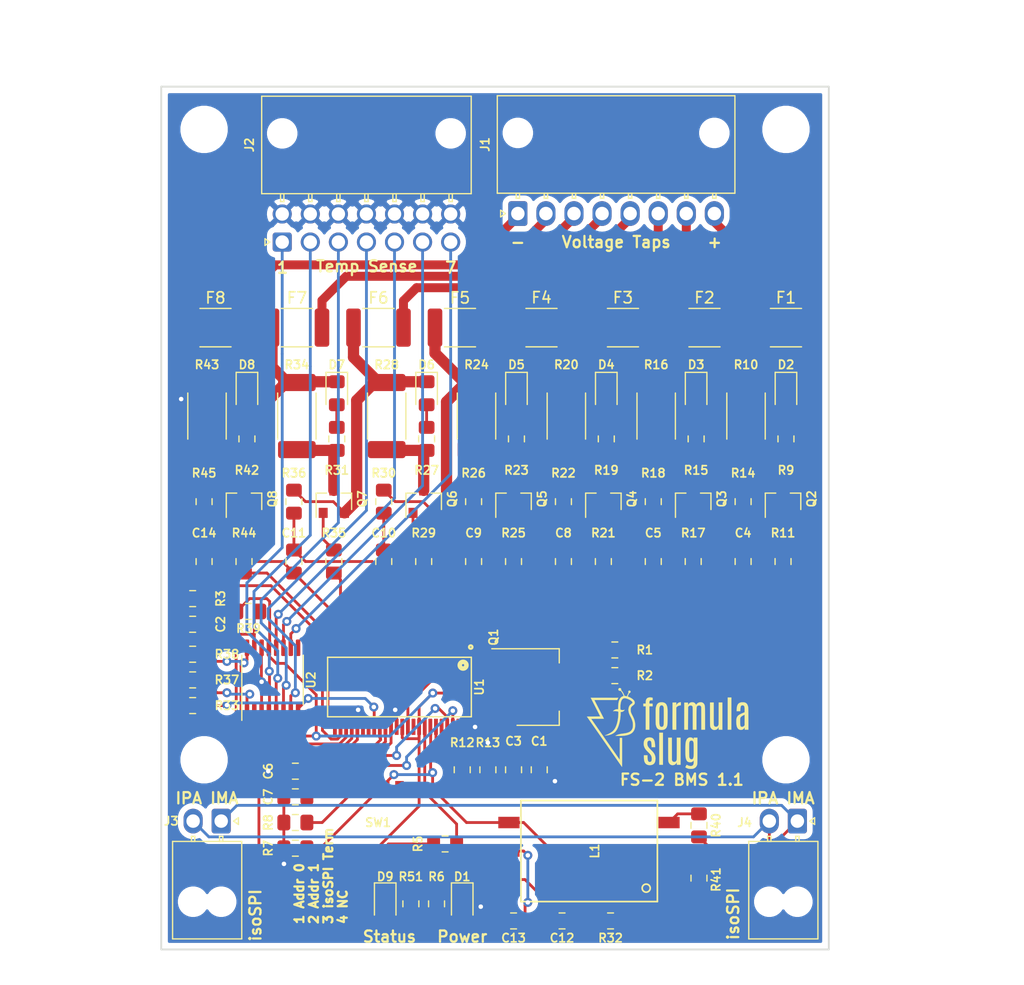
<source format=kicad_pcb>
(kicad_pcb (version 20171130) (host pcbnew 5.1.6-1)
  (title_block (title "FS-2 Battery Management System Bank Board") (rev v1.1))
  (layers (0 F.Cu signal) (31 B.Cu signal) (34 B.Paste user) (35 F.Paste user) (36 B.SilkS user) (37 F.SilkS user) (38 B.Mask user) (39 F.Mask user) (44 Edge.Cuts user))
  (net 0 "")
  (net 1 V-)
  (net 2 "Net-(C1-Pad1)")
  (net 3 /C0)
  (net 4 VREG)
  (net 5 /C8)
  (net 6 /C9-12)
  (net 7 /C7)
  (net 8 "Net-(C6-Pad2)")
  (net 9 "Net-(C7-Pad2)")
  (net 10 /C4-6)
  (net 11 /C3)
  (net 12 /C2)
  (net 13 /C1)
  (net 14 "Net-(C12-Pad2)")
  (net 15 "Net-(C13-Pad1)")
  (net 16 "Net-(D1-Pad2)")
  (net 17 "Net-(D2-Pad2)")
  (net 18 /BB6/B#)
  (net 19 /BB5/B#)
  (net 20 /BB4/B#)
  (net 21 /BB3/B#)
  (net 22 /BB2/B#)
  (net 23 /BB1/B#)
  (net 24 "Net-(D9-Pad2)")
  (net 25 "Net-(D9-Pad1)")
  (net 26 /BB6/B#+1)
  (net 27 "Net-(L1-Pad3)")
  (net 28 "Net-(L1-Pad2)")
  (net 29 "Net-(L1-Pad1)")
  (net 30 /DRV)
  (net 31 "Net-(Q2-Pad3)")
  (net 32 "Net-(Q2-Pad1)")
  (net 33 A1)
  (net 34 A0)
  (net 35 /S9)
  (net 36 IBIAS)
  (net 37 ICMP)
  (net 38 /S8)
  (net 39 /S7)
  (net 40 /S4)
  (net 41 /S3)
  (net 42 TEMP)
  (net 43 /S2)
  (net 44 MUX_A0)
  (net 45 MUX_A1)
  (net 46 MUX_A2)
  (net 47 /S1)
  (net 48 "Net-(U1-Pad17)")
  (net 49 "Net-(U1-Pad15)")
  (net 50 "Net-(U1-Pad39)")
  (net 51 "Net-(U1-Pad3)")
  (net 52 "Net-(U1-Pad5)")
  (net 53 "Net-(U1-Pad7)")
  (net 54 "Net-(U2-Pad9)")
  (net 55 "Net-(D3-Pad2)")
  (net 56 "Net-(D4-Pad2)")
  (net 57 "Net-(D5-Pad2)")
  (net 58 "Net-(D6-Pad2)")
  (net 59 "Net-(D7-Pad2)")
  (net 60 "Net-(D8-Pad2)")
  (net 61 "Net-(Q3-Pad3)")
  (net 62 "Net-(Q3-Pad1)")
  (net 63 "Net-(Q4-Pad1)")
  (net 64 "Net-(Q4-Pad3)")
  (net 65 "Net-(Q5-Pad3)")
  (net 66 "Net-(Q5-Pad1)")
  (net 67 "Net-(Q6-Pad1)")
  (net 68 "Net-(Q6-Pad3)")
  (net 69 "Net-(Q7-Pad3)")
  (net 70 "Net-(Q7-Pad1)")
  (net 71 "Net-(Q8-Pad1)")
  (net 72 "Net-(Q8-Pad3)")
  (net 73 /V+)
  (net 74 "Net-(SW1-Pad8)")
  (net 75 "Net-(SW1-Pad1)")
  (net 76 "Net-(F1-Pad2)")
  (net 77 "Net-(F2-Pad2)")
  (net 78 "Net-(F3-Pad2)")
  (net 79 "Net-(F4-Pad2)")
  (net 80 "Net-(F5-Pad2)")
  (net 81 "Net-(F6-Pad2)")
  (net 82 "Net-(F7-Pad2)")
  (net 83 "Net-(F8-Pad2)")
  (net 84 IsoSPI_N)
  (net 85 /extIsoSPI_P)
  (net 86 /extIsoSPI_N)
  (net 87 IsoSPI_P)
  (net 88 "Net-(R5-Pad2)")
  (net 89 "Net-(J2-Pad7)")
  (net 90 "Net-(J2-Pad6)")
  (net 91 "Net-(J2-Pad5)")
  (net 92 "Net-(J2-Pad4)")
  (net 93 "Net-(J2-Pad3)")
  (net 94 "Net-(J2-Pad2)")
  (net 95 "Net-(J2-Pad1)")
  (module Resistor_SMD:R_0805_2012Metric_Pad1.15x1.40mm_HandSolder (layer F.Cu) (at 123.317 122.428 180)
    (fp_text reference R5 (at 2.413 0 270) (layer F.SilkS) (effects (font (size 0.75 0.75))))
    (fp_text value 200)
    (pad 2 smd roundrect (at 1.025 0 180) (size 1.15 1.4) (layers F.Cu F.Paste F.Mask) (roundrect_rratio 0.217391) (net 88 "Net-(R5-Pad2)"))
    (pad 1 smd roundrect (at -1.025 0 180) (size 1.15 1.4) (layers F.Cu F.Paste F.Mask) (roundrect_rratio 0.217391) (net 84 IsoSPI_N))
  )
  (module Capacitor_SMD:C_0805_2012Metric_Pad1.15x1.40mm_HandSolder (layer F.Cu) (at 129.413 129.286 180)
    (fp_text reference C13 (at 0 -1.524 180) (layer F.SilkS) (effects (font (size 0.75 0.75))))
    (fp_text value 10nF)
    (pad 2 smd roundrect (at 1.025 0 180) (size 1.15 1.4) (layers F.Cu F.Paste F.Mask) (roundrect_rratio 0.217391) (net 1 V-))
    (pad 1 smd roundrect (at -1.025 0 180) (size 1.15 1.4) (layers F.Cu F.Paste F.Mask) (roundrect_rratio 0.217391) (net 15 "Net-(C13-Pad1)"))
  )
  (module FSFootprints:HM2113ZNL (layer F.Cu) (at 136.144 123.063 90)
    (fp_text reference L1 (at 0 0.5 90) (layer F.SilkS) (effects (font (size 0.75 0.75))))
    (fp_text value HM2113ZNL)
    (pad 4 smd rect (at 2.54 -7.145 90) (size 1.02 1.89) (layers F.Cu F.Paste F.Mask) (net 87 IsoSPI_P))
    (pad 5 smd rect (at 0 -7.145 90) (size 1.02 1.89) (layers F.Cu F.Paste F.Mask) (net 15 "Net-(C13-Pad1)"))
    (pad 6 smd rect (at -2.54 -7.145 90) (size 1.02 1.89) (layers F.Cu F.Paste F.Mask) (net 84 IsoSPI_N))
    (pad 3 smd rect (at 2.54 7.112 90) (size 1.02 1.89) (layers F.Cu F.Paste F.Mask) (net 27 "Net-(L1-Pad3)"))
    (pad 2 smd rect (at 0 7.112 90) (size 1.02 1.89) (layers F.Cu F.Paste F.Mask) (net 28 "Net-(L1-Pad2)"))
    (pad 1 smd rect (at -2.54 7.145 90) (size 1.02 1.89) (layers F.Cu F.Paste F.Mask) (net 29 "Net-(L1-Pad1)"))
  )
  (module Resistor_SMD:R_0805_2012Metric_Pad1.15x1.40mm_HandSolder (layer F.Cu) (at 145.923 125.476 270)
    (fp_text reference R41 (at 0.127 -1.524 90) (layer F.SilkS) (effects (font (size 0.75 0.75))))
    (fp_text value 22)
    (pad 2 smd roundrect (at 1.025 0 270) (size 1.15 1.4) (layers F.Cu F.Paste F.Mask) (roundrect_rratio 0.217391) (net 29 "Net-(L1-Pad1)"))
    (pad 1 smd roundrect (at -1.025 0 270) (size 1.15 1.4) (layers F.Cu F.Paste F.Mask) (roundrect_rratio 0.217391) (net 86 /extIsoSPI_N))
  )
  (module Resistor_SMD:R_0805_2012Metric_Pad1.15x1.40mm_HandSolder (layer F.Cu) (at 145.923 120.777 90)
    (fp_text reference R40 (at 0 1.524 270) (layer F.SilkS) (effects (font (size 0.75 0.75))))
    (fp_text value 22)
    (pad 2 smd roundrect (at 1.025 0 90) (size 1.15 1.4) (layers F.Cu F.Paste F.Mask) (roundrect_rratio 0.217391) (net 27 "Net-(L1-Pad3)"))
    (pad 1 smd roundrect (at -1.025 0 90) (size 1.15 1.4) (layers F.Cu F.Paste F.Mask) (roundrect_rratio 0.217391) (net 85 /extIsoSPI_P))
  )
  (module MountingHole:MountingHole_3.2mm_M3 (layer F.Cu) (at 101.854 114.935)
    (fp_text reference "" hide)
    (fp_text value MountingHole_3.2mm_M3 hide)
    (pad 1 np_thru_hole circle (at 0 0) (size 3.2 3.2) (drill 3.2) (layers *.Cu *.Mask))
  )
  (module MountingHole:MountingHole_3.2mm_M3 (layer F.Cu) (at 101.854 58.801)
    (fp_text reference "" (at 0 -4.2) (layer F.SilkS))
    (fp_text value MountingHole_3.2mm_M3)
    (pad 1 np_thru_hole circle (at 0 0) (size 3.2 3.2) (drill 3.2) (layers *.Cu *.Mask))
  )
  (module MountingHole:MountingHole_3.2mm_M3 (layer F.Cu) (at 153.67 58.801)
    (fp_text reference "" (at 0 -4.2) (layer F.SilkS))
    (fp_text value MountingHole_3.2mm_M3)
    (pad 1 np_thru_hole circle (at 0 0) (size 3.2 3.2) (drill 3.2) (layers *.Cu *.Mask))
  )
  (module MountingHole:MountingHole_3.2mm_M3 (layer F.Cu) (at 153.67 114.935)
    (fp_text reference "" hide)
    (fp_text value MountingHole_3.2mm_M3 hide)
    (pad 1 np_thru_hole circle (at 0 0) (size 3.2 3.2) (drill 3.2) (layers *.Cu *.Mask))
  )
  (module Capacitor_SMD:C_0805_2012Metric_Pad1.15x1.40mm_HandSolder (layer F.Cu) (at 129.413 115.824 270)
    (fp_text reference C3 (at -2.54 0 180) (layer F.SilkS) (effects (font (size 0.75 0.75))))
    (fp_text value 1uF)
    (pad 2 smd roundrect (at 1.025 0 270) (size 1.15 1.4) (layers F.Cu F.Paste F.Mask) (roundrect_rratio 0.217391) (net 1 V-))
    (pad 1 smd roundrect (at -1.025 0 270) (size 1.15 1.4) (layers F.Cu F.Paste F.Mask) (roundrect_rratio 0.217391) (net 4 VREG))
  )
  (module Capacitor_SMD:C_0805_2012Metric_Pad1.15x1.40mm_HandSolder (layer F.Cu) (at 109.982 118.237)
    (fp_text reference C7 (at -2.413 0 270) (layer F.SilkS) (effects (font (size 0.75 0.75))))
    (fp_text value 1uF)
    (pad 2 smd roundrect (at 1.025 0) (size 1.15 1.4) (layers F.Cu F.Paste F.Mask) (roundrect_rratio 0.217391) (net 9 "Net-(C7-Pad2)"))
    (pad 1 smd roundrect (at -1.025 0) (size 1.15 1.4) (layers F.Cu F.Paste F.Mask) (roundrect_rratio 0.217391) (net 1 V-))
  )
  (module Capacitor_SMD:C_0805_2012Metric_Pad1.15x1.40mm_HandSolder (layer F.Cu) (at 109.982 115.951)
    (fp_text reference C6 (at -2.413 0 270) (layer F.SilkS) (effects (font (size 0.75 0.75))))
    (fp_text value 1uF)
    (pad 2 smd roundrect (at 1.025 0) (size 1.15 1.4) (layers F.Cu F.Paste F.Mask) (roundrect_rratio 0.217391) (net 8 "Net-(C6-Pad2)"))
    (pad 1 smd roundrect (at -1.025 0) (size 1.15 1.4) (layers F.Cu F.Paste F.Mask) (roundrect_rratio 0.217391) (net 1 V-))
  )
  (module Fuse:Fuse_1812_4532Metric_Pad1.30x3.40mm_HandSolder (layer F.Cu) (at 102.87 76.454)
    (fp_text reference F8 (at 0 -2.65) (layer F.SilkS))
    (fp_text value Polyfuse)
    (pad 2 smd roundrect (at 2.225 0) (size 1.3 3.4) (layers F.Cu F.Paste F.Mask) (roundrect_rratio 0.192308) (net 83 "Net-(F8-Pad2)"))
    (pad 1 smd roundrect (at -2.225 0) (size 1.3 3.4) (layers F.Cu F.Paste F.Mask) (roundrect_rratio 0.192308) (net 1 V-))
  )
  (module Fuse:Fuse_1812_4532Metric_Pad1.30x3.40mm_HandSolder (layer F.Cu) (at 110.127142 76.454)
    (fp_text reference F7 (at 0 -2.65) (layer F.SilkS))
    (fp_text value Polyfuse)
    (pad 2 smd roundrect (at 2.225 0) (size 1.3 3.4) (layers F.Cu F.Paste F.Mask) (roundrect_rratio 0.192308) (net 82 "Net-(F7-Pad2)"))
    (pad 1 smd roundrect (at -2.225 0) (size 1.3 3.4) (layers F.Cu F.Paste F.Mask) (roundrect_rratio 0.192308) (net 23 /BB1/B#))
  )
  (module Fuse:Fuse_1812_4532Metric_Pad1.30x3.40mm_HandSolder (layer F.Cu) (at 117.384284 76.454)
    (fp_text reference F6 (at 0 -2.65) (layer F.SilkS))
    (fp_text value Polyfuse)
    (pad 2 smd roundrect (at 2.225 0) (size 1.3 3.4) (layers F.Cu F.Paste F.Mask) (roundrect_rratio 0.192308) (net 81 "Net-(F6-Pad2)"))
    (pad 1 smd roundrect (at -2.225 0) (size 1.3 3.4) (layers F.Cu F.Paste F.Mask) (roundrect_rratio 0.192308) (net 22 /BB2/B#))
  )
  (module Fuse:Fuse_1812_4532Metric_Pad1.30x3.40mm_HandSolder (layer F.Cu) (at 124.641426 76.454)
    (fp_text reference F5 (at 0 -2.65) (layer F.SilkS))
    (fp_text value Polyfuse)
    (pad 2 smd roundrect (at 2.225 0) (size 1.3 3.4) (layers F.Cu F.Paste F.Mask) (roundrect_rratio 0.192308) (net 80 "Net-(F5-Pad2)"))
    (pad 1 smd roundrect (at -2.225 0) (size 1.3 3.4) (layers F.Cu F.Paste F.Mask) (roundrect_rratio 0.192308) (net 21 /BB3/B#))
  )
  (module Fuse:Fuse_1812_4532Metric_Pad1.30x3.40mm_HandSolder (layer F.Cu) (at 131.898568 76.454 180)
    (fp_text reference F4 (at 0 2.667) (layer F.SilkS))
    (fp_text value Polyfuse)
    (pad 2 smd roundrect (at 2.225 0 180) (size 1.3 3.4) (layers F.Cu F.Paste F.Mask) (roundrect_rratio 0.192308) (net 79 "Net-(F4-Pad2)"))
    (pad 1 smd roundrect (at -2.225 0 180) (size 1.3 3.4) (layers F.Cu F.Paste F.Mask) (roundrect_rratio 0.192308) (net 20 /BB4/B#))
  )
  (module Fuse:Fuse_1812_4532Metric_Pad1.30x3.40mm_HandSolder (layer F.Cu) (at 139.15571 76.454 180)
    (fp_text reference F3 (at 0 2.667) (layer F.SilkS))
    (fp_text value Polyfuse)
    (pad 2 smd roundrect (at 2.225 0 180) (size 1.3 3.4) (layers F.Cu F.Paste F.Mask) (roundrect_rratio 0.192308) (net 78 "Net-(F3-Pad2)"))
    (pad 1 smd roundrect (at -2.225 0 180) (size 1.3 3.4) (layers F.Cu F.Paste F.Mask) (roundrect_rratio 0.192308) (net 19 /BB5/B#))
  )
  (module Fuse:Fuse_1812_4532Metric_Pad1.30x3.40mm_HandSolder (layer F.Cu) (at 146.412852 76.454 180)
    (fp_text reference F2 (at 0 2.667) (layer F.SilkS))
    (fp_text value Polyfuse)
    (pad 2 smd roundrect (at 2.225 0 180) (size 1.3 3.4) (layers F.Cu F.Paste F.Mask) (roundrect_rratio 0.192308) (net 77 "Net-(F2-Pad2)"))
    (pad 1 smd roundrect (at -2.225 0 180) (size 1.3 3.4) (layers F.Cu F.Paste F.Mask) (roundrect_rratio 0.192308) (net 18 /BB6/B#))
  )
  (module Fuse:Fuse_1812_4532Metric_Pad1.30x3.40mm_HandSolder (layer F.Cu) (at 153.67 76.454 180)
    (fp_text reference F1 (at 0 2.667) (layer F.SilkS))
    (fp_text value Polyfuse)
    (pad 2 smd roundrect (at 2.225 0 180) (size 1.3 3.4) (layers F.Cu F.Paste F.Mask) (roundrect_rratio 0.192308) (net 76 "Net-(F1-Pad2)"))
    (pad 1 smd roundrect (at -2.225 0 180) (size 1.3 3.4) (layers F.Cu F.Paste F.Mask) (roundrect_rratio 0.192308) (net 26 /BB6/B#+1))
  )
  (module FSFootprints:fs_logo_full_2400 (layer F.Cu) (at 143.129 112.141)
    (fp_text reference G*** hide)
    (fp_text value LOGO hide)
  )
  (module FSFootprints:FSOP-48_[LTC6811-2] (layer F.Cu) (at 119.253 108.458 270)
    (fp_text reference U1 (at 0 -7.112 90) (layer F.SilkS) (effects (font (size 0.75 0.75))))
    (fp_text value LTC6811 hide)
    (pad 25 smd rect (at 3.54 5.75 270) (size 1.44 0.34) (layers F.Cu F.Paste F.Mask) (net 47 /S1))
    (pad 26 smd rect (at 3.54 5.25 270) (size 1.44 0.34) (layers F.Cu F.Paste F.Mask) (net 3 /C0))
    (pad 27 smd rect (at 3.54 4.75 270) (size 1.44 0.34) (layers F.Cu F.Paste F.Mask) (net 44 MUX_A0))
    (pad 28 smd rect (at 3.54 4.25 270) (size 1.44 0.34) (layers F.Cu F.Paste F.Mask) (net 45 MUX_A1))
    (pad 29 smd rect (at 3.54 3.75 270) (size 1.44 0.34) (layers F.Cu F.Paste F.Mask) (net 46 MUX_A2))
    (pad 30 smd rect (at 3.54 3.25 270) (size 1.44 0.34) (layers F.Cu F.Paste F.Mask) (net 1 V-))
    (pad 31 smd rect (at 3.54 2.75 270) (size 1.44 0.34) (layers F.Cu F.Paste F.Mask) (net 1 V-))
    (pad 32 smd rect (at 3.54 2.25 270) (size 1.44 0.34) (layers F.Cu F.Paste F.Mask) (net 42 TEMP))
    (pad 33 smd rect (at 3.54 1.75 270) (size 1.44 0.34) (layers F.Cu F.Paste F.Mask) (net 25 "Net-(D9-Pad1)"))
    (pad 34 smd rect (at 3.54 1.25 270) (size 1.44 0.34) (layers F.Cu F.Paste F.Mask) (net 8 "Net-(C6-Pad2)"))
    (pad 35 smd rect (at 3.54 0.75 270) (size 1.44 0.34) (layers F.Cu F.Paste F.Mask) (net 9 "Net-(C7-Pad2)"))
    (pad 36 smd rect (at 3.54 0.25 270) (size 1.44 0.34) (layers F.Cu F.Paste F.Mask) (net 1 V-))
    (pad 24 smd rect (at -3.54 5.75 270) (size 1.44 0.34) (layers F.Cu F.Paste F.Mask) (net 13 /C1))
    (pad 23 smd rect (at -3.54 5.25 270) (size 1.44 0.34) (layers F.Cu F.Paste F.Mask) (net 43 /S2))
    (pad 22 smd rect (at -3.54 4.75 270) (size 1.44 0.34) (layers F.Cu F.Paste F.Mask) (net 12 /C2))
    (pad 21 smd rect (at -3.54 4.25 270) (size 1.44 0.34) (layers F.Cu F.Paste F.Mask) (net 41 /S3))
    (pad 20 smd rect (at -3.54 3.75 270) (size 1.44 0.34) (layers F.Cu F.Paste F.Mask) (net 11 /C3))
    (pad 19 smd rect (at -3.54 3.25 270) (size 1.44 0.34) (layers F.Cu F.Paste F.Mask) (net 40 /S4))
    (pad 18 smd rect (at -3.54 2.75 270) (size 1.44 0.34) (layers F.Cu F.Paste F.Mask) (net 10 /C4-6))
    (pad 17 smd rect (at -3.54 2.25 270) (size 1.44 0.34) (layers F.Cu F.Paste F.Mask) (net 48 "Net-(U1-Pad17)"))
    (pad 16 smd rect (at -3.54 1.75 270) (size 1.44 0.34) (layers F.Cu F.Paste F.Mask) (net 10 /C4-6))
    (pad 15 smd rect (at -3.54 1.25 270) (size 1.44 0.34) (layers F.Cu F.Paste F.Mask) (net 49 "Net-(U1-Pad15)"))
    (pad 14 smd rect (at -3.54 0.75 270) (size 1.44 0.34) (layers F.Cu F.Paste F.Mask) (net 10 /C4-6))
    (pad 13 smd rect (at -3.54 0.25 270) (size 1.44 0.34) (layers F.Cu F.Paste F.Mask) (net 39 /S7))
    (pad 48 smd rect (at 3.54 -5.75 270) (size 1.44 0.34) (layers F.Cu F.Paste F.Mask) (net 1 V-))
    (pad 47 smd rect (at 3.54 -5.25 270) (size 1.44 0.34) (layers F.Cu F.Paste F.Mask) (net 1 V-))
    (pad 46 smd rect (at 3.54 -4.75 270) (size 1.44 0.34) (layers F.Cu F.Paste F.Mask) (net 33 A1))
    (pad 45 smd rect (at 3.54 -4.25 270) (size 1.44 0.34) (layers F.Cu F.Paste F.Mask) (net 34 A0))
    (pad 44 smd rect (at 3.54 -3.75 270) (size 1.44 0.34) (layers F.Cu F.Paste F.Mask) (net 36 IBIAS))
    (pad 43 smd rect (at 3.54 -3.25 270) (size 1.44 0.34) (layers F.Cu F.Paste F.Mask) (net 37 ICMP))
    (pad 42 smd rect (at 3.54 -2.75 270) (size 1.44 0.34) (layers F.Cu F.Paste F.Mask) (net 87 IsoSPI_P))
    (pad 41 smd rect (at 3.54 -2.25 270) (size 1.44 0.34) (layers F.Cu F.Paste F.Mask) (net 84 IsoSPI_N))
    (pad 40 smd rect (at 3.54 -1.75 270) (size 1.44 0.34) (layers F.Cu F.Paste F.Mask) (net 4 VREG))
    (pad 39 smd rect (at 3.54 -1.25 270) (size 1.44 0.34) (layers F.Cu F.Paste F.Mask) (net 50 "Net-(U1-Pad39)"))
    (pad 38 smd rect (at 3.54 -0.75 270) (size 1.44 0.34) (layers F.Cu F.Paste F.Mask) (net 30 /DRV))
    (pad 1 smd rect (at -3.54 -5.75 270) (size 1.44 0.34) (layers F.Cu F.Paste F.Mask) (net 73 /V+))
    (pad 2 smd rect (at -3.54 -5.25 270) (size 1.44 0.34) (layers F.Cu F.Paste F.Mask) (net 6 /C9-12))
    (pad 3 smd rect (at -3.54 -4.75 270) (size 1.44 0.34) (layers F.Cu F.Paste F.Mask) (net 51 "Net-(U1-Pad3)"))
    (pad 4 smd rect (at -3.54 -4.25 270) (size 1.44 0.34) (layers F.Cu F.Paste F.Mask) (net 6 /C9-12))
    (pad 5 smd rect (at -3.54 -3.75 270) (size 1.44 0.34) (layers F.Cu F.Paste F.Mask) (net 52 "Net-(U1-Pad5)"))
    (pad 6 smd rect (at -3.54 -3.25 270) (size 1.44 0.34) (layers F.Cu F.Paste F.Mask) (net 6 /C9-12))
    (pad 7 smd rect (at -3.54 -2.75 270) (size 1.44 0.34) (layers F.Cu F.Paste F.Mask) (net 53 "Net-(U1-Pad7)"))
    (pad 8 smd rect (at -3.54 -2.25 270) (size 1.44 0.34) (layers F.Cu F.Paste F.Mask) (net 6 /C9-12))
    (pad 9 smd rect (at -3.54 -1.75 270) (size 1.44 0.34) (layers F.Cu F.Paste F.Mask) (net 35 /S9))
    (pad 10 smd rect (at -3.54 -1.25 270) (size 1.44 0.34) (layers F.Cu F.Paste F.Mask) (net 5 /C8))
    (pad 11 smd rect (at -3.54 -0.75 270) (size 1.44 0.34) (layers F.Cu F.Paste F.Mask) (net 38 /S8))
    (pad 37 smd rect (at 3.54 -0.25 270) (size 1.44 0.34) (layers F.Cu F.Paste F.Mask) (net 4 VREG))
    (pad 12 smd rect (at -3.54 -0.25 270) (size 1.44 0.34) (layers F.Cu F.Paste F.Mask) (net 7 /C7))
  )
  (module Resistor_SMD:R_0805_2012Metric_Pad1.15x1.40mm_HandSolder (layer F.Cu) (at 138.43 105.156)
    (fp_text reference R1 (at 2.667 0) (layer F.SilkS) (effects (font (size 0.75 0.75))))
    (fp_text value 100)
    (pad 2 smd roundrect (at 1.025 0) (size 1.15 1.4) (layers F.Cu F.Paste F.Mask) (roundrect_rratio 0.217391) (net 26 /BB6/B#+1))
    (pad 1 smd roundrect (at -1.025 0) (size 1.15 1.4) (layers F.Cu F.Paste F.Mask) (roundrect_rratio 0.217391) (net 73 /V+))
  )
  (module Capacitor_SMD:C_2512_6332Metric_Pad1.52x3.35mm_HandSolder (layer F.Cu) (at 150.114 84.328 270)
    (fp_text reference R10 (at -4.572 0 180) (layer F.SilkS) (effects (font (size 0.75 0.75))))
    (fp_text value 33)
    (pad 1 smd roundrect (at -2.9875 0 270) (size 1.525 3.35) (layers F.Cu F.Paste F.Mask) (roundrect_rratio 0.163934) (net 18 /BB6/B#))
    (pad 2 smd roundrect (at 2.9875 0 270) (size 1.525 3.35) (layers F.Cu F.Paste F.Mask) (roundrect_rratio 0.163934) (net 31 "Net-(Q2-Pad3)"))
  )
  (module Capacitor_SMD:C_2512_6332Metric_Pad1.52x3.35mm_HandSolder (layer F.Cu) (at 142.114 84.328 270)
    (fp_text reference R16 (at -4.572 0 180) (layer F.SilkS) (effects (font (size 0.75 0.75))))
    (fp_text value 33)
    (pad 1 smd roundrect (at -2.9875 0 270) (size 1.525 3.35) (layers F.Cu F.Paste F.Mask) (roundrect_rratio 0.163934) (net 19 /BB5/B#))
    (pad 2 smd roundrect (at 2.9875 0 270) (size 1.525 3.35) (layers F.Cu F.Paste F.Mask) (roundrect_rratio 0.163934) (net 61 "Net-(Q3-Pad3)"))
  )
  (module Capacitor_SMD:C_2512_6332Metric_Pad1.52x3.35mm_HandSolder (layer F.Cu) (at 134.114 84.328 270)
    (fp_text reference R20 (at -4.572 0 180) (layer F.SilkS) (effects (font (size 0.75 0.75))))
    (fp_text value 33)
    (pad 1 smd roundrect (at -2.9875 0 270) (size 1.525 3.35) (layers F.Cu F.Paste F.Mask) (roundrect_rratio 0.163934) (net 20 /BB4/B#))
    (pad 2 smd roundrect (at 2.9875 0 270) (size 1.525 3.35) (layers F.Cu F.Paste F.Mask) (roundrect_rratio 0.163934) (net 64 "Net-(Q4-Pad3)"))
  )
  (module Capacitor_SMD:C_2512_6332Metric_Pad1.52x3.35mm_HandSolder (layer F.Cu) (at 126.114 84.328 270)
    (fp_text reference R24 (at -4.572 0 180) (layer F.SilkS) (effects (font (size 0.75 0.75))))
    (fp_text value 33)
    (pad 1 smd roundrect (at -2.9875 0 270) (size 1.525 3.35) (layers F.Cu F.Paste F.Mask) (roundrect_rratio 0.163934) (net 21 /BB3/B#))
    (pad 2 smd roundrect (at 2.9875 0 270) (size 1.525 3.35) (layers F.Cu F.Paste F.Mask) (roundrect_rratio 0.163934) (net 65 "Net-(Q5-Pad3)"))
  )
  (module Capacitor_SMD:C_2512_6332Metric_Pad1.52x3.35mm_HandSolder (layer F.Cu) (at 118.114 84.328 270)
    (fp_text reference R28 (at -4.572 0 180) (layer F.SilkS) (effects (font (size 0.75 0.75))))
    (fp_text value 33)
    (pad 1 smd roundrect (at -2.9875 0 270) (size 1.525 3.35) (layers F.Cu F.Paste F.Mask) (roundrect_rratio 0.163934) (net 22 /BB2/B#))
    (pad 2 smd roundrect (at 2.9875 0 270) (size 1.525 3.35) (layers F.Cu F.Paste F.Mask) (roundrect_rratio 0.163934) (net 68 "Net-(Q6-Pad3)"))
  )
  (module Capacitor_SMD:C_2512_6332Metric_Pad1.52x3.35mm_HandSolder (layer F.Cu) (at 110.114 84.328 270)
    (fp_text reference R34 (at -4.572 0 180) (layer F.SilkS) (effects (font (size 0.75 0.75))))
    (fp_text value 33)
    (pad 1 smd roundrect (at -2.9875 0 270) (size 1.525 3.35) (layers F.Cu F.Paste F.Mask) (roundrect_rratio 0.163934) (net 23 /BB1/B#))
    (pad 2 smd roundrect (at 2.9875 0 270) (size 1.525 3.35) (layers F.Cu F.Paste F.Mask) (roundrect_rratio 0.163934) (net 69 "Net-(Q7-Pad3)"))
  )
  (module Resistor_SMD:R_0805_2012Metric_Pad1.15x1.40mm_HandSolder (layer F.Cu) (at 149.854 91.948 90)
    (fp_text reference R14 (at 2.54 0 180) (layer F.SilkS) (effects (font (size 0.75 0.75))))
    (fp_text value 100)
    (pad 1 smd roundrect (at -1.025 0 90) (size 1.15 1.4) (layers F.Cu F.Paste F.Mask) (roundrect_rratio 0.217391) (net 6 /C9-12))
    (pad 2 smd roundrect (at 1.025 0 90) (size 1.15 1.4) (layers F.Cu F.Paste F.Mask) (roundrect_rratio 0.217391) (net 26 /BB6/B#+1))
  )
  (module Resistor_SMD:R_0805_2012Metric_Pad1.15x1.40mm_HandSolder (layer F.Cu) (at 141.854 91.948 90)
    (fp_text reference R18 (at 2.54 0 180) (layer F.SilkS) (effects (font (size 0.75 0.75))))
    (fp_text value 100)
    (pad 1 smd roundrect (at -1.025 0 90) (size 1.15 1.4) (layers F.Cu F.Paste F.Mask) (roundrect_rratio 0.217391) (net 5 /C8))
    (pad 2 smd roundrect (at 1.025 0 90) (size 1.15 1.4) (layers F.Cu F.Paste F.Mask) (roundrect_rratio 0.217391) (net 18 /BB6/B#))
  )
  (module Resistor_SMD:R_0805_2012Metric_Pad1.15x1.40mm_HandSolder (layer F.Cu) (at 133.854 91.948 90)
    (fp_text reference R22 (at 2.54 0 180) (layer F.SilkS) (effects (font (size 0.75 0.75))))
    (fp_text value 100)
    (pad 1 smd roundrect (at -1.025 0 90) (size 1.15 1.4) (layers F.Cu F.Paste F.Mask) (roundrect_rratio 0.217391) (net 7 /C7))
    (pad 2 smd roundrect (at 1.025 0 90) (size 1.15 1.4) (layers F.Cu F.Paste F.Mask) (roundrect_rratio 0.217391) (net 19 /BB5/B#))
  )
  (module Resistor_SMD:R_0805_2012Metric_Pad1.15x1.40mm_HandSolder (layer F.Cu) (at 125.854 91.948 90)
    (fp_text reference R26 (at 2.54 0 180) (layer F.SilkS) (effects (font (size 0.75 0.75))))
    (fp_text value 100)
    (pad 1 smd roundrect (at -1.025 0 90) (size 1.15 1.4) (layers F.Cu F.Paste F.Mask) (roundrect_rratio 0.217391) (net 10 /C4-6))
    (pad 2 smd roundrect (at 1.025 0 90) (size 1.15 1.4) (layers F.Cu F.Paste F.Mask) (roundrect_rratio 0.217391) (net 20 /BB4/B#))
  )
  (module Resistor_SMD:R_0805_2012Metric_Pad1.15x1.40mm_HandSolder (layer F.Cu) (at 117.854 91.948 90)
    (fp_text reference R30 (at 2.54 0 180) (layer F.SilkS) (effects (font (size 0.75 0.75))))
    (fp_text value 100)
    (pad 1 smd roundrect (at -1.025 0 90) (size 1.15 1.4) (layers F.Cu F.Paste F.Mask) (roundrect_rratio 0.217391) (net 11 /C3))
    (pad 2 smd roundrect (at 1.025 0 90) (size 1.15 1.4) (layers F.Cu F.Paste F.Mask) (roundrect_rratio 0.217391) (net 21 /BB3/B#))
  )
  (module Resistor_SMD:R_0805_2012Metric_Pad1.15x1.40mm_HandSolder (layer F.Cu) (at 109.854 91.948 90)
    (fp_text reference R36 (at 2.54 0 180) (layer F.SilkS) (effects (font (size 0.75 0.75))))
    (fp_text value 100)
    (pad 1 smd roundrect (at -1.025 0 90) (size 1.15 1.4) (layers F.Cu F.Paste F.Mask) (roundrect_rratio 0.217391) (net 12 /C2))
    (pad 2 smd roundrect (at 1.025 0 90) (size 1.15 1.4) (layers F.Cu F.Paste F.Mask) (roundrect_rratio 0.217391) (net 22 /BB2/B#))
  )
  (module Resistor_SMD:R_0805_2012Metric_Pad1.15x1.40mm_HandSolder (layer F.Cu) (at 153.41 97.282 90)
    (fp_text reference R11 (at 2.54 0 180) (layer F.SilkS) (effects (font (size 0.75 0.75))))
    (fp_text value 3.3k)
    (pad 1 smd roundrect (at -1.025 0 90) (size 1.15 1.4) (layers F.Cu F.Paste F.Mask) (roundrect_rratio 0.217391) (net 35 /S9))
    (pad 2 smd roundrect (at 1.025 0 90) (size 1.15 1.4) (layers F.Cu F.Paste F.Mask) (roundrect_rratio 0.217391) (net 32 "Net-(Q2-Pad1)"))
  )
  (module Resistor_SMD:R_0805_2012Metric_Pad1.15x1.40mm_HandSolder (layer F.Cu) (at 145.41 97.282 90)
    (fp_text reference R17 (at 2.54 0 180) (layer F.SilkS) (effects (font (size 0.75 0.75))))
    (fp_text value 3.3k)
    (pad 1 smd roundrect (at -1.025 0 90) (size 1.15 1.4) (layers F.Cu F.Paste F.Mask) (roundrect_rratio 0.217391) (net 38 /S8))
    (pad 2 smd roundrect (at 1.025 0 90) (size 1.15 1.4) (layers F.Cu F.Paste F.Mask) (roundrect_rratio 0.217391) (net 62 "Net-(Q3-Pad1)"))
  )
  (module Resistor_SMD:R_0805_2012Metric_Pad1.15x1.40mm_HandSolder (layer F.Cu) (at 137.41 97.282 90)
    (fp_text reference R21 (at 2.54 0 180) (layer F.SilkS) (effects (font (size 0.75 0.75))))
    (fp_text value 3.3k)
    (pad 1 smd roundrect (at -1.025 0 90) (size 1.15 1.4) (layers F.Cu F.Paste F.Mask) (roundrect_rratio 0.217391) (net 39 /S7))
    (pad 2 smd roundrect (at 1.025 0 90) (size 1.15 1.4) (layers F.Cu F.Paste F.Mask) (roundrect_rratio 0.217391) (net 63 "Net-(Q4-Pad1)"))
  )
  (module Resistor_SMD:R_0805_2012Metric_Pad1.15x1.40mm_HandSolder (layer F.Cu) (at 129.41 97.282 90)
    (fp_text reference R25 (at 2.54 0 180) (layer F.SilkS) (effects (font (size 0.75 0.75))))
    (fp_text value 3.3k)
    (pad 1 smd roundrect (at -1.025 0 90) (size 1.15 1.4) (layers F.Cu F.Paste F.Mask) (roundrect_rratio 0.217391) (net 40 /S4))
    (pad 2 smd roundrect (at 1.025 0 90) (size 1.15 1.4) (layers F.Cu F.Paste F.Mask) (roundrect_rratio 0.217391) (net 66 "Net-(Q5-Pad1)"))
  )
  (module Resistor_SMD:R_0805_2012Metric_Pad1.15x1.40mm_HandSolder (layer F.Cu) (at 121.41 97.282 90)
    (fp_text reference R29 (at 2.54 0 180) (layer F.SilkS) (effects (font (size 0.75 0.75))))
    (fp_text value 3.3k)
    (pad 1 smd roundrect (at -1.025 0 90) (size 1.15 1.4) (layers F.Cu F.Paste F.Mask) (roundrect_rratio 0.217391) (net 41 /S3))
    (pad 2 smd roundrect (at 1.025 0 90) (size 1.15 1.4) (layers F.Cu F.Paste F.Mask) (roundrect_rratio 0.217391) (net 67 "Net-(Q6-Pad1)"))
  )
  (module Resistor_SMD:R_0805_2012Metric_Pad1.15x1.40mm_HandSolder (layer F.Cu) (at 113.41 97.282 90)
    (fp_text reference R35 (at 2.54 0 180) (layer F.SilkS) (effects (font (size 0.75 0.75))))
    (fp_text value 3.3k)
    (pad 1 smd roundrect (at -1.025 0 90) (size 1.15 1.4) (layers F.Cu F.Paste F.Mask) (roundrect_rratio 0.217391) (net 43 /S2))
    (pad 2 smd roundrect (at 1.025 0 90) (size 1.15 1.4) (layers F.Cu F.Paste F.Mask) (roundrect_rratio 0.217391) (net 70 "Net-(Q7-Pad1)"))
  )
  (module Package_TO_SOT_SMD:SOT-23 (layer F.Cu) (at 153.41 91.948 90)
    (fp_text reference Q2 (at 0.248 2.54 270) (layer F.SilkS) (effects (font (size 0.75 0.75))))
    (fp_text value BSS308PE)
    (pad 1 smd rect (at -1 -0.95 90) (size 0.9 0.8) (layers F.Cu F.Paste F.Mask) (net 32 "Net-(Q2-Pad1)"))
    (pad 2 smd rect (at -1 0.95 90) (size 0.9 0.8) (layers F.Cu F.Paste F.Mask) (net 26 /BB6/B#+1))
    (pad 3 smd rect (at 1 0 90) (size 0.9 0.8) (layers F.Cu F.Paste F.Mask) (net 31 "Net-(Q2-Pad3)"))
  )
  (module Package_TO_SOT_SMD:SOT-23 (layer F.Cu) (at 145.41 91.948 90)
    (fp_text reference Q3 (at 0.248 2.54 270) (layer F.SilkS) (effects (font (size 0.75 0.75))))
    (fp_text value BSS308PE)
    (pad 1 smd rect (at -1 -0.95 90) (size 0.9 0.8) (layers F.Cu F.Paste F.Mask) (net 62 "Net-(Q3-Pad1)"))
    (pad 2 smd rect (at -1 0.95 90) (size 0.9 0.8) (layers F.Cu F.Paste F.Mask) (net 18 /BB6/B#))
    (pad 3 smd rect (at 1 0 90) (size 0.9 0.8) (layers F.Cu F.Paste F.Mask) (net 61 "Net-(Q3-Pad3)"))
  )
  (module Package_TO_SOT_SMD:SOT-23 (layer F.Cu) (at 137.41 91.948 90)
    (fp_text reference Q4 (at 0.248 2.54 270) (layer F.SilkS) (effects (font (size 0.75 0.75))))
    (fp_text value BSS308PE)
    (pad 1 smd rect (at -1 -0.95 90) (size 0.9 0.8) (layers F.Cu F.Paste F.Mask) (net 63 "Net-(Q4-Pad1)"))
    (pad 2 smd rect (at -1 0.95 90) (size 0.9 0.8) (layers F.Cu F.Paste F.Mask) (net 19 /BB5/B#))
    (pad 3 smd rect (at 1 0 90) (size 0.9 0.8) (layers F.Cu F.Paste F.Mask) (net 64 "Net-(Q4-Pad3)"))
  )
  (module Package_TO_SOT_SMD:SOT-23 (layer F.Cu) (at 129.41 91.948 90)
    (fp_text reference Q5 (at 0.248 2.54 270) (layer F.SilkS) (effects (font (size 0.75 0.75))))
    (fp_text value BSS308PE)
    (pad 1 smd rect (at -1 -0.95 90) (size 0.9 0.8) (layers F.Cu F.Paste F.Mask) (net 66 "Net-(Q5-Pad1)"))
    (pad 2 smd rect (at -1 0.95 90) (size 0.9 0.8) (layers F.Cu F.Paste F.Mask) (net 20 /BB4/B#))
    (pad 3 smd rect (at 1 0 90) (size 0.9 0.8) (layers F.Cu F.Paste F.Mask) (net 65 "Net-(Q5-Pad3)"))
  )
  (module Package_TO_SOT_SMD:SOT-23 (layer F.Cu) (at 121.41 91.948 90)
    (fp_text reference Q6 (at 0.248 2.54 270) (layer F.SilkS) (effects (font (size 0.75 0.75))))
    (fp_text value BSS308PE)
    (pad 1 smd rect (at -1 -0.95 90) (size 0.9 0.8) (layers F.Cu F.Paste F.Mask) (net 67 "Net-(Q6-Pad1)"))
    (pad 2 smd rect (at -1 0.95 90) (size 0.9 0.8) (layers F.Cu F.Paste F.Mask) (net 21 /BB3/B#))
    (pad 3 smd rect (at 1 0 90) (size 0.9 0.8) (layers F.Cu F.Paste F.Mask) (net 68 "Net-(Q6-Pad3)"))
  )
  (module Package_TO_SOT_SMD:SOT-23 (layer F.Cu) (at 113.41 91.948 90)
    (fp_text reference Q7 (at 0.248 2.54 270) (layer F.SilkS) (effects (font (size 0.75 0.75))))
    (fp_text value BSS308PE)
    (pad 1 smd rect (at -1 -0.95 90) (size 0.9 0.8) (layers F.Cu F.Paste F.Mask) (net 70 "Net-(Q7-Pad1)"))
    (pad 2 smd rect (at -1 0.95 90) (size 0.9 0.8) (layers F.Cu F.Paste F.Mask) (net 22 /BB2/B#))
    (pad 3 smd rect (at 1 0 90) (size 0.9 0.8) (layers F.Cu F.Paste F.Mask) (net 69 "Net-(Q7-Pad3)"))
  )
  (module Resistor_SMD:R_0805_2012Metric_Pad1.15x1.40mm_HandSolder (layer F.Cu) (at 153.67 86.36 90)
    (fp_text reference R9 (at -2.794 0 180) (layer F.SilkS) (effects (font (size 0.75 0.75))))
    (fp_text value 120)
    (pad 1 smd roundrect (at -1.025 0 90) (size 1.15 1.4) (layers F.Cu F.Paste F.Mask) (roundrect_rratio 0.217391) (net 31 "Net-(Q2-Pad3)"))
    (pad 2 smd roundrect (at 1.025 0 90) (size 1.15 1.4) (layers F.Cu F.Paste F.Mask) (roundrect_rratio 0.217391) (net 17 "Net-(D2-Pad2)"))
  )
  (module Resistor_SMD:R_0805_2012Metric_Pad1.15x1.40mm_HandSolder (layer F.Cu) (at 145.67 86.36 90)
    (fp_text reference R15 (at -2.794 0 180) (layer F.SilkS) (effects (font (size 0.75 0.75))))
    (fp_text value 120)
    (pad 1 smd roundrect (at -1.025 0 90) (size 1.15 1.4) (layers F.Cu F.Paste F.Mask) (roundrect_rratio 0.217391) (net 61 "Net-(Q3-Pad3)"))
    (pad 2 smd roundrect (at 1.025 0 90) (size 1.15 1.4) (layers F.Cu F.Paste F.Mask) (roundrect_rratio 0.217391) (net 55 "Net-(D3-Pad2)"))
  )
  (module Resistor_SMD:R_0805_2012Metric_Pad1.15x1.40mm_HandSolder (layer F.Cu) (at 137.67 86.36 90)
    (fp_text reference R19 (at -2.794 0 180) (layer F.SilkS) (effects (font (size 0.75 0.75))))
    (fp_text value 120)
    (pad 1 smd roundrect (at -1.025 0 90) (size 1.15 1.4) (layers F.Cu F.Paste F.Mask) (roundrect_rratio 0.217391) (net 64 "Net-(Q4-Pad3)"))
    (pad 2 smd roundrect (at 1.025 0 90) (size 1.15 1.4) (layers F.Cu F.Paste F.Mask) (roundrect_rratio 0.217391) (net 56 "Net-(D4-Pad2)"))
  )
  (module Resistor_SMD:R_0805_2012Metric_Pad1.15x1.40mm_HandSolder (layer F.Cu) (at 129.67 86.36 90)
    (fp_text reference R23 (at -2.794 0 180) (layer F.SilkS) (effects (font (size 0.75 0.75))))
    (fp_text value 120)
    (pad 1 smd roundrect (at -1.025 0 90) (size 1.15 1.4) (layers F.Cu F.Paste F.Mask) (roundrect_rratio 0.217391) (net 65 "Net-(Q5-Pad3)"))
    (pad 2 smd roundrect (at 1.025 0 90) (size 1.15 1.4) (layers F.Cu F.Paste F.Mask) (roundrect_rratio 0.217391) (net 57 "Net-(D5-Pad2)"))
  )
  (module Resistor_SMD:R_0805_2012Metric_Pad1.15x1.40mm_HandSolder (layer F.Cu) (at 121.67 86.36 90)
    (fp_text reference R27 (at -2.794 0 180) (layer F.SilkS) (effects (font (size 0.75 0.75))))
    (fp_text value 120)
    (pad 1 smd roundrect (at -1.025 0 90) (size 1.15 1.4) (layers F.Cu F.Paste F.Mask) (roundrect_rratio 0.217391) (net 68 "Net-(Q6-Pad3)"))
    (pad 2 smd roundrect (at 1.025 0 90) (size 1.15 1.4) (layers F.Cu F.Paste F.Mask) (roundrect_rratio 0.217391) (net 58 "Net-(D6-Pad2)"))
  )
  (module Resistor_SMD:R_0805_2012Metric_Pad1.15x1.40mm_HandSolder (layer F.Cu) (at 113.67 86.36 90)
    (fp_text reference R31 (at -2.794 0 180) (layer F.SilkS) (effects (font (size 0.75 0.75))))
    (fp_text value 120)
    (pad 1 smd roundrect (at -1.025 0 90) (size 1.15 1.4) (layers F.Cu F.Paste F.Mask) (roundrect_rratio 0.217391) (net 69 "Net-(Q7-Pad3)"))
    (pad 2 smd roundrect (at 1.025 0 90) (size 1.15 1.4) (layers F.Cu F.Paste F.Mask) (roundrect_rratio 0.217391) (net 59 "Net-(D7-Pad2)"))
  )
  (module Diode_SMD:D_0805_2012Metric_Pad1.15x1.40mm_HandSolder (layer F.Cu) (at 153.67 82.296 270)
    (fp_text reference D2 (at -2.54 0 180) (layer F.SilkS) (effects (font (size 0.75 0.75))))
    (fp_text value "LH R974-LP-1")
    (pad 1 smd roundrect (at -1.025 0 270) (size 1.15 1.4) (layers F.Cu F.Paste F.Mask) (roundrect_rratio 0.217391) (net 18 /BB6/B#))
    (pad 2 smd roundrect (at 1.025 0 270) (size 1.15 1.4) (layers F.Cu F.Paste F.Mask) (roundrect_rratio 0.217391) (net 17 "Net-(D2-Pad2)"))
  )
  (module Diode_SMD:D_0805_2012Metric_Pad1.15x1.40mm_HandSolder (layer F.Cu) (at 145.67 82.296 270)
    (fp_text reference D3 (at -2.54 0 180) (layer F.SilkS) (effects (font (size 0.75 0.75))))
    (fp_text value "LH R974-LP-1")
    (pad 1 smd roundrect (at -1.025 0 270) (size 1.15 1.4) (layers F.Cu F.Paste F.Mask) (roundrect_rratio 0.217391) (net 19 /BB5/B#))
    (pad 2 smd roundrect (at 1.025 0 270) (size 1.15 1.4) (layers F.Cu F.Paste F.Mask) (roundrect_rratio 0.217391) (net 55 "Net-(D3-Pad2)"))
  )
  (module Diode_SMD:D_0805_2012Metric_Pad1.15x1.40mm_HandSolder (layer F.Cu) (at 137.67 82.296 270)
    (fp_text reference D4 (at -2.54 0 180) (layer F.SilkS) (effects (font (size 0.75 0.75))))
    (fp_text value "LH R974-LP-1")
    (pad 1 smd roundrect (at -1.025 0 270) (size 1.15 1.4) (layers F.Cu F.Paste F.Mask) (roundrect_rratio 0.217391) (net 20 /BB4/B#))
    (pad 2 smd roundrect (at 1.025 0 270) (size 1.15 1.4) (layers F.Cu F.Paste F.Mask) (roundrect_rratio 0.217391) (net 56 "Net-(D4-Pad2)"))
  )
  (module Diode_SMD:D_0805_2012Metric_Pad1.15x1.40mm_HandSolder (layer F.Cu) (at 129.67 82.296 270)
    (fp_text reference D5 (at -2.54 0 180) (layer F.SilkS) (effects (font (size 0.75 0.75))))
    (fp_text value "LH R974-LP-1")
    (pad 1 smd roundrect (at -1.025 0 270) (size 1.15 1.4) (layers F.Cu F.Paste F.Mask) (roundrect_rratio 0.217391) (net 21 /BB3/B#))
    (pad 2 smd roundrect (at 1.025 0 270) (size 1.15 1.4) (layers F.Cu F.Paste F.Mask) (roundrect_rratio 0.217391) (net 57 "Net-(D5-Pad2)"))
  )
  (module Diode_SMD:D_0805_2012Metric_Pad1.15x1.40mm_HandSolder (layer F.Cu) (at 121.67 82.296 270)
    (fp_text reference D6 (at -2.54 0 180) (layer F.SilkS) (effects (font (size 0.75 0.75))))
    (fp_text value "LH R974-LP-1")
    (pad 1 smd roundrect (at -1.025 0 270) (size 1.15 1.4) (layers F.Cu F.Paste F.Mask) (roundrect_rratio 0.217391) (net 22 /BB2/B#))
    (pad 2 smd roundrect (at 1.025 0 270) (size 1.15 1.4) (layers F.Cu F.Paste F.Mask) (roundrect_rratio 0.217391) (net 58 "Net-(D6-Pad2)"))
  )
  (module Diode_SMD:D_0805_2012Metric_Pad1.15x1.40mm_HandSolder (layer F.Cu) (at 113.67 82.296 270)
    (fp_text reference D7 (at -2.54 0 180) (layer F.SilkS) (effects (font (size 0.75 0.75))))
    (fp_text value "LH R974-LP-1")
    (pad 1 smd roundrect (at -1.025 0 270) (size 1.15 1.4) (layers F.Cu F.Paste F.Mask) (roundrect_rratio 0.217391) (net 23 /BB1/B#))
    (pad 2 smd roundrect (at 1.025 0 270) (size 1.15 1.4) (layers F.Cu F.Paste F.Mask) (roundrect_rratio 0.217391) (net 59 "Net-(D7-Pad2)"))
  )
  (module Capacitor_SMD:C_0805_2012Metric_Pad1.15x1.40mm_HandSolder (layer F.Cu) (at 149.854 97.282 270)
    (fp_text reference C4 (at -2.54 0 180) (layer F.SilkS) (effects (font (size 0.75 0.75))))
    (fp_text value 10nF)
    (pad 1 smd roundrect (at -1.025 0 270) (size 1.15 1.4) (layers F.Cu F.Paste F.Mask) (roundrect_rratio 0.217391) (net 6 /C9-12))
    (pad 2 smd roundrect (at 1.025 0 270) (size 1.15 1.4) (layers F.Cu F.Paste F.Mask) (roundrect_rratio 0.217391) (net 5 /C8))
  )
  (module Capacitor_SMD:C_0805_2012Metric_Pad1.15x1.40mm_HandSolder (layer F.Cu) (at 141.854 97.282 270)
    (fp_text reference C5 (at -2.54 0 180) (layer F.SilkS) (effects (font (size 0.75 0.75))))
    (fp_text value 10nF)
    (pad 1 smd roundrect (at -1.025 0 270) (size 1.15 1.4) (layers F.Cu F.Paste F.Mask) (roundrect_rratio 0.217391) (net 5 /C8))
    (pad 2 smd roundrect (at 1.025 0 270) (size 1.15 1.4) (layers F.Cu F.Paste F.Mask) (roundrect_rratio 0.217391) (net 7 /C7))
  )
  (module Capacitor_SMD:C_0805_2012Metric_Pad1.15x1.40mm_HandSolder (layer F.Cu) (at 133.854 97.282 270)
    (fp_text reference C8 (at -2.54 0 180) (layer F.SilkS) (effects (font (size 0.75 0.75))))
    (fp_text value 10nF)
    (pad 1 smd roundrect (at -1.025 0 270) (size 1.15 1.4) (layers F.Cu F.Paste F.Mask) (roundrect_rratio 0.217391) (net 7 /C7))
    (pad 2 smd roundrect (at 1.025 0 270) (size 1.15 1.4) (layers F.Cu F.Paste F.Mask) (roundrect_rratio 0.217391) (net 10 /C4-6))
  )
  (module Capacitor_SMD:C_0805_2012Metric_Pad1.15x1.40mm_HandSolder (layer F.Cu) (at 125.854 97.282 270)
    (fp_text reference C9 (at -2.54 0 180) (layer F.SilkS) (effects (font (size 0.75 0.75))))
    (fp_text value 10nF)
    (pad 1 smd roundrect (at -1.025 0 270) (size 1.15 1.4) (layers F.Cu F.Paste F.Mask) (roundrect_rratio 0.217391) (net 10 /C4-6))
    (pad 2 smd roundrect (at 1.025 0 270) (size 1.15 1.4) (layers F.Cu F.Paste F.Mask) (roundrect_rratio 0.217391) (net 11 /C3))
  )
  (module Capacitor_SMD:C_0805_2012Metric_Pad1.15x1.40mm_HandSolder (layer F.Cu) (at 117.854 97.282 270)
    (fp_text reference C10 (at -2.54 0 180) (layer F.SilkS) (effects (font (size 0.75 0.75))))
    (fp_text value 10nF)
    (pad 1 smd roundrect (at -1.025 0 270) (size 1.15 1.4) (layers F.Cu F.Paste F.Mask) (roundrect_rratio 0.217391) (net 11 /C3))
    (pad 2 smd roundrect (at 1.025 0 270) (size 1.15 1.4) (layers F.Cu F.Paste F.Mask) (roundrect_rratio 0.217391) (net 12 /C2))
  )
  (module Capacitor_SMD:C_0805_2012Metric_Pad1.15x1.40mm_HandSolder (layer F.Cu) (at 109.854 97.282 270)
    (fp_text reference C11 (at -2.54 0 180) (layer F.SilkS) (effects (font (size 0.75 0.75))))
    (fp_text value 10nF)
    (pad 1 smd roundrect (at -1.025 0 270) (size 1.15 1.4) (layers F.Cu F.Paste F.Mask) (roundrect_rratio 0.217391) (net 12 /C2))
    (pad 2 smd roundrect (at 1.025 0 270) (size 1.15 1.4) (layers F.Cu F.Paste F.Mask) (roundrect_rratio 0.217391) (net 13 /C1))
  )
  (module Resistor_SMD:R_0805_2012Metric_Pad1.15x1.40mm_HandSolder (layer F.Cu) (at 105.67 86.36 90)
    (fp_text reference R42 (at -2.794 0 180) (layer F.SilkS) (effects (font (size 0.75 0.75))))
    (fp_text value 120)
    (pad 2 smd roundrect (at 1.025 0 90) (size 1.15 1.4) (layers F.Cu F.Paste F.Mask) (roundrect_rratio 0.217391) (net 60 "Net-(D8-Pad2)"))
    (pad 1 smd roundrect (at -1.025 0 90) (size 1.15 1.4) (layers F.Cu F.Paste F.Mask) (roundrect_rratio 0.217391) (net 72 "Net-(Q8-Pad3)"))
  )
  (module Resistor_SMD:R_0805_2012Metric_Pad1.15x1.40mm_HandSolder (layer F.Cu) (at 105.41 97.282 90)
    (fp_text reference R44 (at 2.54 0 180) (layer F.SilkS) (effects (font (size 0.75 0.75))))
    (fp_text value 3.3k)
    (pad 2 smd roundrect (at 1.025 0 90) (size 1.15 1.4) (layers F.Cu F.Paste F.Mask) (roundrect_rratio 0.217391) (net 71 "Net-(Q8-Pad1)"))
    (pad 1 smd roundrect (at -1.025 0 90) (size 1.15 1.4) (layers F.Cu F.Paste F.Mask) (roundrect_rratio 0.217391) (net 47 /S1))
  )
  (module Package_TO_SOT_SMD:SOT-23 (layer F.Cu) (at 105.41 91.948 90)
    (fp_text reference Q8 (at 0.248 2.54 270) (layer F.SilkS) (effects (font (size 0.75 0.75))))
    (fp_text value BSS308PE)
    (pad 3 smd rect (at 1 0 90) (size 0.9 0.8) (layers F.Cu F.Paste F.Mask) (net 72 "Net-(Q8-Pad3)"))
    (pad 2 smd rect (at -1 0.95 90) (size 0.9 0.8) (layers F.Cu F.Paste F.Mask) (net 23 /BB1/B#))
    (pad 1 smd rect (at -1 -0.95 90) (size 0.9 0.8) (layers F.Cu F.Paste F.Mask) (net 71 "Net-(Q8-Pad1)"))
  )
  (module Capacitor_SMD:C_0805_2012Metric_Pad1.15x1.40mm_HandSolder (layer F.Cu) (at 101.854 97.282 270)
    (fp_text reference C14 (at -2.54 0 180) (layer F.SilkS) (effects (font (size 0.75 0.75))))
    (fp_text value 10nF)
    (pad 2 smd roundrect (at 1.025 0 270) (size 1.15 1.4) (layers F.Cu F.Paste F.Mask) (roundrect_rratio 0.217391) (net 3 /C0))
    (pad 1 smd roundrect (at -1.025 0 270) (size 1.15 1.4) (layers F.Cu F.Paste F.Mask) (roundrect_rratio 0.217391) (net 13 /C1))
  )
  (module Capacitor_SMD:C_2512_6332Metric_Pad1.52x3.35mm_HandSolder (layer F.Cu) (at 102.114 84.328 270)
    (fp_text reference R43 (at -4.572 0 180) (layer F.SilkS) (effects (font (size 0.75 0.75))))
    (fp_text value 33)
    (pad 2 smd roundrect (at 2.9875 0 270) (size 1.525 3.35) (layers F.Cu F.Paste F.Mask) (roundrect_rratio 0.163934) (net 72 "Net-(Q8-Pad3)"))
    (pad 1 smd roundrect (at -2.9875 0 270) (size 1.525 3.35) (layers F.Cu F.Paste F.Mask) (roundrect_rratio 0.163934) (net 1 V-))
  )
  (module Diode_SMD:D_0805_2012Metric_Pad1.15x1.40mm_HandSolder (layer F.Cu) (at 105.67 82.296 270)
    (fp_text reference D8 (at -2.54 0 180) (layer F.SilkS) (effects (font (size 0.75 0.75))))
    (fp_text value "LH R974-LP-1")
    (pad 2 smd roundrect (at 1.025 0 270) (size 1.15 1.4) (layers F.Cu F.Paste F.Mask) (roundrect_rratio 0.217391) (net 60 "Net-(D8-Pad2)"))
    (pad 1 smd roundrect (at -1.025 0 270) (size 1.15 1.4) (layers F.Cu F.Paste F.Mask) (roundrect_rratio 0.217391) (net 1 V-))
  )
  (module Resistor_SMD:R_0805_2012Metric_Pad1.15x1.40mm_HandSolder (layer F.Cu) (at 101.854 91.948 90)
    (fp_text reference R45 (at 2.54 0 180) (layer F.SilkS) (effects (font (size 0.75 0.75))))
    (fp_text value 100)
    (pad 2 smd roundrect (at 1.025 0 90) (size 1.15 1.4) (layers F.Cu F.Paste F.Mask) (roundrect_rratio 0.217391) (net 23 /BB1/B#))
    (pad 1 smd roundrect (at -1.025 0 90) (size 1.15 1.4) (layers F.Cu F.Paste F.Mask) (roundrect_rratio 0.217391) (net 13 /C1))
  )
  (module Package_SO:TSSOP-16_4.4x5mm_P0.65mm (layer F.Cu) (at 107.95 107.823 90)
    (fp_text reference U2 (at 0 3.429 270) (layer F.SilkS) (effects (font (size 0.75 0.75))))
    (fp_text value ADG708)
    (pad 16 smd roundrect (at 2.8625 -2.275 90) (size 1.475 0.4) (layers F.Cu F.Paste F.Mask) (net 45 MUX_A1))
    (pad 15 smd roundrect (at 2.8625 -1.625 90) (size 1.475 0.4) (layers F.Cu F.Paste F.Mask) (net 46 MUX_A2))
    (pad 14 smd roundrect (at 2.8625 -0.975 90) (size 1.475 0.4) (layers F.Cu F.Paste F.Mask) (net 1 V-))
    (pad 13 smd roundrect (at 2.8625 -0.325 90) (size 1.475 0.4) (layers F.Cu F.Paste F.Mask) (net 4 VREG))
    (pad 12 smd roundrect (at 2.8625 0.325 90) (size 1.475 0.4) (layers F.Cu F.Paste F.Mask) (net 91 "Net-(J2-Pad5)"))
    (pad 11 smd roundrect (at 2.8625 0.975 90) (size 1.475 0.4) (layers F.Cu F.Paste F.Mask) (net 90 "Net-(J2-Pad6)"))
    (pad 10 smd roundrect (at 2.8625 1.625 90) (size 1.475 0.4) (layers F.Cu F.Paste F.Mask) (net 89 "Net-(J2-Pad7)"))
    (pad 9 smd roundrect (at 2.8625 2.275 90) (size 1.475 0.4) (layers F.Cu F.Paste F.Mask) (net 54 "Net-(U2-Pad9)"))
    (pad 8 smd roundrect (at -2.8625 2.275 90) (size 1.475 0.4) (layers F.Cu F.Paste F.Mask) (net 42 TEMP))
    (pad 7 smd roundrect (at -2.8625 1.625 90) (size 1.475 0.4) (layers F.Cu F.Paste F.Mask) (net 92 "Net-(J2-Pad4)"))
    (pad 6 smd roundrect (at -2.8625 0.975 90) (size 1.475 0.4) (layers F.Cu F.Paste F.Mask) (net 93 "Net-(J2-Pad3)"))
    (pad 5 smd roundrect (at -2.8625 0.325 90) (size 1.475 0.4) (layers F.Cu F.Paste F.Mask) (net 94 "Net-(J2-Pad2)"))
    (pad 4 smd roundrect (at -2.8625 -0.325 90) (size 1.475 0.4) (layers F.Cu F.Paste F.Mask) (net 95 "Net-(J2-Pad1)"))
    (pad 3 smd roundrect (at -2.8625 -0.975 90) (size 1.475 0.4) (layers F.Cu F.Paste F.Mask) (net 1 V-))
    (pad 2 smd roundrect (at -2.8625 -1.625 90) (size 1.475 0.4) (layers F.Cu F.Paste F.Mask) (net 4 VREG))
    (pad 1 smd roundrect (at -2.8625 -2.275 90) (size 1.475 0.4) (layers F.Cu F.Paste F.Mask) (net 44 MUX_A0))
  )
  (module Connector_Molex:Molex_Nano-Fit_105313-xx02_1x02_P2.50mm_Horizontal (layer F.Cu) (at 154.686 120.396 270)
    (fp_text reference J4 (at 0.127 4.699) (layer F.SilkS) (effects (font (size 0.75 0.75))))
    (fp_text value IsoSPI)
    (pad "" np_thru_hole circle (at 7.18 2.5 270) (size 1.7 1.7) (drill 1.7) (layers *.Cu *.Mask))
    (pad "" np_thru_hole circle (at 7.18 0 270) (size 1.7 1.7) (drill 1.7) (layers *.Cu *.Mask))
    (pad 2 thru_hole oval (at 0 2.5 270) (size 2.2 1.7) (drill 1.2) (layers *.Cu *.Mask) (net 85 /extIsoSPI_P))
    (pad 1 thru_hole roundrect (at 0 0 270) (size 2.2 1.7) (drill 1.2) (layers *.Cu *.Mask) (roundrect_rratio 0.147059) (net 86 /extIsoSPI_N))
  )
  (module Connector_Molex:Molex_Nano-Fit_105313-xx02_1x02_P2.50mm_Horizontal (layer F.Cu) (at 103.378 120.396 270)
    (fp_text reference J3 (at 0 4.445) (layer F.SilkS) (effects (font (size 0.75 0.75))))
    (fp_text value IsoSPI)
    (pad "" np_thru_hole circle (at 7.18 2.5 270) (size 1.7 1.7) (drill 1.7) (layers *.Cu *.Mask))
    (pad "" np_thru_hole circle (at 7.18 0 270) (size 1.7 1.7) (drill 1.7) (layers *.Cu *.Mask))
    (pad 2 thru_hole oval (at 0 2.5 270) (size 2.2 1.7) (drill 1.2) (layers *.Cu *.Mask) (net 85 /extIsoSPI_P))
    (pad 1 thru_hole roundrect (at 0 0 270) (size 2.2 1.7) (drill 1.2) (layers *.Cu *.Mask) (roundrect_rratio 0.147059) (net 86 /extIsoSPI_N))
  )
  (module "FSFootprints:DIP A6H-4101" (layer F.Cu) (at 117.348 120.523 180)
    (fp_text reference SW1 (at 0 0) (layer F.SilkS) (effects (font (size 0.75 0.75))))
    (fp_text value SW_DIP_x04)
    (pad 7 smd rect (at -0.635 -3.075 180) (size 0.76 1.25) (layers F.Cu F.Paste F.Mask) (net 88 "Net-(R5-Pad2)"))
    (pad 8 smd rect (at -1.905 -3.075 180) (size 0.76 1.25) (layers F.Cu F.Paste F.Mask) (net 74 "Net-(SW1-Pad8)"))
    (pad 5 smd rect (at 1.905 -3.075 180) (size 0.76 1.25) (layers F.Cu F.Paste F.Mask) (net 4 VREG))
    (pad 6 smd rect (at 0.635 -3.075 180) (size 0.76 1.25) (layers F.Cu F.Paste F.Mask) (net 4 VREG))
    (pad 4 smd rect (at 1.905 3.075 180) (size 0.76 1.25) (layers F.Cu F.Paste F.Mask) (net 34 A0))
    (pad 3 smd rect (at 0.635 3.075 180) (size 0.76 1.25) (layers F.Cu F.Paste F.Mask) (net 33 A1))
    (pad 2 smd rect (at -0.635 3.075 180) (size 0.76 1.25) (layers F.Cu F.Paste F.Mask) (net 87 IsoSPI_P))
    (pad 1 smd rect (at -1.905 3.075 180) (size 0.76 1.25) (layers F.Cu F.Paste F.Mask) (net 75 "Net-(SW1-Pad1)"))
  )
  (module Resistor_SMD:R_0805_2012Metric_Pad1.15x1.40mm_HandSolder (layer F.Cu) (at 120.269 127.762 90)
    (fp_text reference R51 (at 2.413 0 180) (layer F.SilkS) (effects (font (size 0.75 0.75))))
    (fp_text value 160)
    (pad 2 smd roundrect (at 1.025 0 90) (size 1.15 1.4) (layers F.Cu F.Paste F.Mask) (roundrect_rratio 0.217391) (net 4 VREG))
    (pad 1 smd roundrect (at -1.025 0 90) (size 1.15 1.4) (layers F.Cu F.Paste F.Mask) (roundrect_rratio 0.217391) (net 24 "Net-(D9-Pad2)"))
  )
  (module Resistor_SMD:R_0805_2012Metric_Pad1.15x1.40mm_HandSolder (layer F.Cu) (at 105.791 101.727 180)
    (fp_text reference R39 (at -0.009 -1.524) (layer F.SilkS) (effects (font (size 0.75 0.75))))
    (fp_text value 10k)
    (pad 2 smd roundrect (at 1.025 0 180) (size 1.15 1.4) (layers F.Cu F.Paste F.Mask) (roundrect_rratio 0.217391) (net 4 VREG))
    (pad 1 smd roundrect (at -1.025 0 180) (size 1.15 1.4) (layers F.Cu F.Paste F.Mask) (roundrect_rratio 0.217391) (net 46 MUX_A2))
  )
  (module Resistor_SMD:R_0805_2012Metric_Pad1.15x1.40mm_HandSolder (layer F.Cu) (at 100.838 105.537 180)
    (fp_text reference R38 (at -3.048 0) (layer F.SilkS) (effects (font (size 0.75 0.75))))
    (fp_text value 10k)
    (pad 2 smd roundrect (at 1.025 0 180) (size 1.15 1.4) (layers F.Cu F.Paste F.Mask) (roundrect_rratio 0.217391) (net 4 VREG))
    (pad 1 smd roundrect (at -1.025 0 180) (size 1.15 1.4) (layers F.Cu F.Paste F.Mask) (roundrect_rratio 0.217391) (net 45 MUX_A1))
  )
  (module Resistor_SMD:R_0805_2012Metric_Pad1.15x1.40mm_HandSolder (layer F.Cu) (at 100.838 107.823 180)
    (fp_text reference R37 (at -3.048 0) (layer F.SilkS) (effects (font (size 0.75 0.75))))
    (fp_text value 10k)
    (pad 2 smd roundrect (at 1.025 0 180) (size 1.15 1.4) (layers F.Cu F.Paste F.Mask) (roundrect_rratio 0.217391) (net 4 VREG))
    (pad 1 smd roundrect (at -1.025 0 180) (size 1.15 1.4) (layers F.Cu F.Paste F.Mask) (roundrect_rratio 0.217391) (net 44 MUX_A0))
  )
  (module Resistor_SMD:R_0805_2012Metric_Pad1.15x1.40mm_HandSolder (layer F.Cu) (at 100.838 110.109 180)
    (fp_text reference R33 (at -3.048 0) (layer F.SilkS) (effects (font (size 0.75 0.75))))
    (fp_text value 2.2k)
    (pad 2 smd roundrect (at 1.025 0 180) (size 1.15 1.4) (layers F.Cu F.Paste F.Mask) (roundrect_rratio 0.217391) (net 4 VREG))
    (pad 1 smd roundrect (at -1.025 0 180) (size 1.15 1.4) (layers F.Cu F.Paste F.Mask) (roundrect_rratio 0.217391) (net 42 TEMP))
  )
  (module Resistor_SMD:R_0805_2012Metric_Pad1.15x1.40mm_HandSolder (layer F.Cu) (at 138.049 129.286 180)
    (fp_text reference R32 (at 0 -1.524 180) (layer F.SilkS) (effects (font (size 0.75 0.75))))
    (fp_text value 402)
    (pad 2 smd roundrect (at 1.025 0 180) (size 1.15 1.4) (layers F.Cu F.Paste F.Mask) (roundrect_rratio 0.217391) (net 14 "Net-(C12-Pad2)"))
    (pad 1 smd roundrect (at -1.025 0 180) (size 1.15 1.4) (layers F.Cu F.Paste F.Mask) (roundrect_rratio 0.217391) (net 87 IsoSPI_P))
  )
  (module Resistor_SMD:R_0805_2012Metric_Pad1.15x1.40mm_HandSolder (layer F.Cu) (at 127.127 115.824 270)
    (fp_text reference R13 (at -2.413 0) (layer F.SilkS) (effects (font (size 0.75 0.75))))
    (fp_text value 680)
    (pad 2 smd roundrect (at 1.025 0 270) (size 1.15 1.4) (layers F.Cu F.Paste F.Mask) (roundrect_rratio 0.217391) (net 37 ICMP))
    (pad 1 smd roundrect (at -1.025 0 270) (size 1.15 1.4) (layers F.Cu F.Paste F.Mask) (roundrect_rratio 0.217391) (net 1 V-))
  )
  (module Resistor_SMD:R_0805_2012Metric_Pad1.15x1.40mm_HandSolder (layer F.Cu) (at 124.841 115.824 90)
    (fp_text reference R12 (at 2.413 0) (layer F.SilkS) (effects (font (size 0.75 0.75))))
    (fp_text value 1.5k)
    (pad 2 smd roundrect (at 1.025 0 90) (size 1.15 1.4) (layers F.Cu F.Paste F.Mask) (roundrect_rratio 0.217391) (net 36 IBIAS))
    (pad 1 smd roundrect (at -1.025 0 90) (size 1.15 1.4) (layers F.Cu F.Paste F.Mask) (roundrect_rratio 0.217391) (net 37 ICMP))
  )
  (module Resistor_SMD:R_0805_2012Metric_Pad1.15x1.40mm_HandSolder (layer F.Cu) (at 109.982 120.523 180)
    (fp_text reference R8 (at 2.413 0 270) (layer F.SilkS) (effects (font (size 0.75 0.75))))
    (fp_text value 10k)
    (pad 2 smd roundrect (at 1.025 0 180) (size 1.15 1.4) (layers F.Cu F.Paste F.Mask) (roundrect_rratio 0.217391) (net 1 V-))
    (pad 1 smd roundrect (at -1.025 0 180) (size 1.15 1.4) (layers F.Cu F.Paste F.Mask) (roundrect_rratio 0.217391) (net 34 A0))
  )
  (module Resistor_SMD:R_0805_2012Metric_Pad1.15x1.40mm_HandSolder (layer F.Cu) (at 109.982 122.809 180)
    (fp_text reference R7 (at 2.413 0 270) (layer F.SilkS) (effects (font (size 0.75 0.75))))
    (fp_text value 10k)
    (pad 2 smd roundrect (at 1.025 0 180) (size 1.15 1.4) (layers F.Cu F.Paste F.Mask) (roundrect_rratio 0.217391) (net 1 V-))
    (pad 1 smd roundrect (at -1.025 0 180) (size 1.15 1.4) (layers F.Cu F.Paste F.Mask) (roundrect_rratio 0.217391) (net 33 A1))
  )
  (module Resistor_SMD:R_0805_2012Metric_Pad1.15x1.40mm_HandSolder (layer F.Cu) (at 122.555 127.762 90)
    (fp_text reference R6 (at 2.413 0) (layer F.SilkS) (effects (font (size 0.75 0.75))))
    (fp_text value 160)
    (pad 2 smd roundrect (at 1.025 0 90) (size 1.15 1.4) (layers F.Cu F.Paste F.Mask) (roundrect_rratio 0.217391) (net 4 VREG))
    (pad 1 smd roundrect (at -1.025 0 90) (size 1.15 1.4) (layers F.Cu F.Paste F.Mask) (roundrect_rratio 0.217391) (net 16 "Net-(D1-Pad2)"))
  )
  (module Capacitor_SMD:C_0805_2012Metric_Pad1.15x1.40mm_HandSolder (layer F.Cu) (at 100.838 100.584 180)
    (fp_text reference R3 (at -2.491 0 90) (layer F.SilkS) (effects (font (size 0.75 0.75))))
    (fp_text value 100)
    (pad 2 smd roundrect (at 1.025 0 180) (size 1.15 1.4) (layers F.Cu F.Paste F.Mask) (roundrect_rratio 0.217391) (net 1 V-))
    (pad 1 smd roundrect (at -1.025 0 180) (size 1.15 1.4) (layers F.Cu F.Paste F.Mask) (roundrect_rratio 0.217391) (net 3 /C0))
  )
  (module Resistor_SMD:R_0805_2012Metric_Pad1.15x1.40mm_HandSolder (layer F.Cu) (at 138.43 107.442)
    (fp_text reference R2 (at 2.667 0) (layer F.SilkS) (effects (font (size 0.75 0.75))))
    (fp_text value 100)
    (pad 2 smd roundrect (at 1.025 0) (size 1.15 1.4) (layers F.Cu F.Paste F.Mask) (roundrect_rratio 0.217391) (net 26 /BB6/B#+1))
    (pad 1 smd roundrect (at -1.025 0) (size 1.15 1.4) (layers F.Cu F.Paste F.Mask) (roundrect_rratio 0.217391) (net 2 "Net-(C1-Pad1)"))
  )
  (module Package_TO_SOT_SMD:SOT-223 (layer F.Cu) (at 131.572 108.458)
    (fp_text reference Q1 (at -3.937 -4.445 270) (layer F.SilkS) (effects (font (size 0.75 0.75))))
    (fp_text value NSV1C201MZ4)
    (pad 1 smd rect (at -3.15 -2.3) (size 2 1.5) (layers F.Cu F.Paste F.Mask) (net 30 /DRV))
    (pad 3 smd rect (at -3.15 2.3) (size 2 1.5) (layers F.Cu F.Paste F.Mask) (net 4 VREG))
    (pad 2 smd rect (at -3.15 0) (size 2 1.5) (layers F.Cu F.Paste F.Mask) (net 2 "Net-(C1-Pad1)"))
    (pad 4 smd rect (at 3.15 0) (size 2 3.8) (layers F.Cu F.Paste F.Mask) (net 2 "Net-(C1-Pad1)"))
  )
  (module Connector_Molex:Molex_Nano-Fit_105314-xx14_2x07_P2.50mm_Horizontal (layer F.Cu) (at 108.812 68.834 90)
    (fp_text reference J2 (at 8.65 -2.92 90) (layer F.SilkS) (effects (font (size 0.75 0.75))))
    (fp_text value "Temp Sensors")
    (pad "" np_thru_hole circle (at 9.68 15 90) (size 1.7 1.7) (drill 1.7) (layers *.Cu *.Mask))
    (pad "" np_thru_hole circle (at 9.68 0 90) (size 1.7 1.7) (drill 1.7) (layers *.Cu *.Mask))
    (pad 14 thru_hole circle (at 2.5 15 90) (size 1.7 1.7) (drill 1.2) (layers *.Cu *.Mask) (net 1 V-))
    (pad 13 thru_hole circle (at 2.5 12.5 90) (size 1.7 1.7) (drill 1.2) (layers *.Cu *.Mask) (net 1 V-))
    (pad 12 thru_hole circle (at 2.5 10 90) (size 1.7 1.7) (drill 1.2) (layers *.Cu *.Mask) (net 1 V-))
    (pad 11 thru_hole circle (at 2.5 7.5 90) (size 1.7 1.7) (drill 1.2) (layers *.Cu *.Mask) (net 1 V-))
    (pad 10 thru_hole circle (at 2.5 5 90) (size 1.7 1.7) (drill 1.2) (layers *.Cu *.Mask) (net 1 V-))
    (pad 9 thru_hole circle (at 2.5 2.5 90) (size 1.7 1.7) (drill 1.2) (layers *.Cu *.Mask) (net 1 V-))
    (pad 8 thru_hole circle (at 2.5 0 90) (size 1.7 1.7) (drill 1.2) (layers *.Cu *.Mask) (net 1 V-))
    (pad 7 thru_hole circle (at 0 15 90) (size 1.7 1.7) (drill 1.2) (layers *.Cu *.Mask) (net 89 "Net-(J2-Pad7)"))
    (pad 6 thru_hole circle (at 0 12.5 90) (size 1.7 1.7) (drill 1.2) (layers *.Cu *.Mask) (net 90 "Net-(J2-Pad6)"))
    (pad 5 thru_hole circle (at 0 10 90) (size 1.7 1.7) (drill 1.2) (layers *.Cu *.Mask) (net 91 "Net-(J2-Pad5)"))
    (pad 4 thru_hole circle (at 0 7.5 90) (size 1.7 1.7) (drill 1.2) (layers *.Cu *.Mask) (net 92 "Net-(J2-Pad4)"))
    (pad 3 thru_hole circle (at 0 5 90) (size 1.7 1.7) (drill 1.2) (layers *.Cu *.Mask) (net 93 "Net-(J2-Pad3)"))
    (pad 2 thru_hole circle (at 0 2.5 90) (size 1.7 1.7) (drill 1.2) (layers *.Cu *.Mask) (net 94 "Net-(J2-Pad2)"))
    (pad 1 thru_hole roundrect (at 0 0 90) (size 1.7 1.7) (drill 1.2) (layers *.Cu *.Mask) (roundrect_rratio 0.147059) (net 95 "Net-(J2-Pad1)"))
  )
  (module Connector_Molex:Molex_Nano-Fit_105313-xx08_1x08_P2.50mm_Horizontal (layer F.Cu) (at 129.794 66.294 90)
    (fp_text reference J1 (at 6.15 -2.92 90) (layer F.SilkS) (effects (font (size 0.75 0.75))))
    (fp_text value "Cell Taps")
    (pad "" np_thru_hole circle (at 7.18 17.5 90) (size 1.7 1.7) (drill 1.7) (layers *.Cu *.Mask))
    (pad "" np_thru_hole circle (at 7.18 0 90) (size 1.7 1.7) (drill 1.7) (layers *.Cu *.Mask))
    (pad 8 thru_hole oval (at 0 17.5 90) (size 2.2 1.7) (drill 1.2) (layers *.Cu *.Mask) (net 76 "Net-(F1-Pad2)"))
    (pad 7 thru_hole oval (at 0 15 90) (size 2.2 1.7) (drill 1.2) (layers *.Cu *.Mask) (net 77 "Net-(F2-Pad2)"))
    (pad 6 thru_hole oval (at 0 12.5 90) (size 2.2 1.7) (drill 1.2) (layers *.Cu *.Mask) (net 78 "Net-(F3-Pad2)"))
    (pad 5 thru_hole oval (at 0 10 90) (size 2.2 1.7) (drill 1.2) (layers *.Cu *.Mask) (net 79 "Net-(F4-Pad2)"))
    (pad 4 thru_hole oval (at 0 7.5 90) (size 2.2 1.7) (drill 1.2) (layers *.Cu *.Mask) (net 80 "Net-(F5-Pad2)"))
    (pad 3 thru_hole oval (at 0 5 90) (size 2.2 1.7) (drill 1.2) (layers *.Cu *.Mask) (net 81 "Net-(F6-Pad2)"))
    (pad 2 thru_hole oval (at 0 2.5 90) (size 2.2 1.7) (drill 1.2) (layers *.Cu *.Mask) (net 82 "Net-(F7-Pad2)"))
    (pad 1 thru_hole roundrect (at 0 0 90) (size 2.2 1.7) (drill 1.2) (layers *.Cu *.Mask) (roundrect_rratio 0.147059) (net 83 "Net-(F8-Pad2)"))
  )
  (module LED_SMD:LED_0805_2012Metric_Pad1.15x1.40mm_HandSolder (layer F.Cu) (at 117.983 127.762 270)
    (fp_text reference D9 (at -2.413 0 180) (layer F.SilkS) (effects (font (size 0.75 0.75))))
    (fp_text value "LH R974-LP-1")
    (pad 2 smd roundrect (at 1.025 0 270) (size 1.15 1.4) (layers F.Cu F.Paste F.Mask) (roundrect_rratio 0.217391) (net 24 "Net-(D9-Pad2)"))
    (pad 1 smd roundrect (at -1.025 0 270) (size 1.15 1.4) (layers F.Cu F.Paste F.Mask) (roundrect_rratio 0.217391) (net 25 "Net-(D9-Pad1)"))
  )
  (module LED_SMD:LED_0805_2012Metric_Pad1.15x1.40mm_HandSolder (layer F.Cu) (at 124.841 127.762 270)
    (fp_text reference D1 (at -2.413 0) (layer F.SilkS) (effects (font (size 0.75 0.75))))
    (fp_text value "LH R974-LP-1")
    (pad 2 smd roundrect (at 1.025 0 270) (size 1.15 1.4) (layers F.Cu F.Paste F.Mask) (roundrect_rratio 0.217391) (net 16 "Net-(D1-Pad2)"))
    (pad 1 smd roundrect (at -1.025 0 270) (size 1.15 1.4) (layers F.Cu F.Paste F.Mask) (roundrect_rratio 0.217391) (net 1 V-))
  )
  (module Capacitor_SMD:C_0805_2012Metric_Pad1.15x1.40mm_HandSolder (layer F.Cu) (at 133.731 129.286)
    (fp_text reference C12 (at 0 1.524 180) (layer F.SilkS) (effects (font (size 0.75 0.75))))
    (fp_text value 15pF)
    (pad 2 smd roundrect (at 1.025 0) (size 1.15 1.4) (layers F.Cu F.Paste F.Mask) (roundrect_rratio 0.217391) (net 14 "Net-(C12-Pad2)"))
    (pad 1 smd roundrect (at -1.025 0) (size 1.15 1.4) (layers F.Cu F.Paste F.Mask) (roundrect_rratio 0.217391) (net 84 IsoSPI_N))
  )
  (module Capacitor_SMD:C_0805_2012Metric_Pad1.15x1.40mm_HandSolder (layer F.Cu) (at 100.838 102.87 180)
    (fp_text reference C2 (at -2.491 0 90) (layer F.SilkS) (effects (font (size 0.75 0.75))))
    (fp_text value 10nF)
    (pad 2 smd roundrect (at 1.025 0 180) (size 1.15 1.4) (layers F.Cu F.Paste F.Mask) (roundrect_rratio 0.217391) (net 1 V-))
    (pad 1 smd roundrect (at -1.025 0 180) (size 1.15 1.4) (layers F.Cu F.Paste F.Mask) (roundrect_rratio 0.217391) (net 3 /C0))
  )
  (module Capacitor_SMD:C_0805_2012Metric_Pad1.15x1.40mm_HandSolder (layer F.Cu) (at 131.699 115.824 270)
    (fp_text reference C1 (at -2.54 0 180) (layer F.SilkS) (effects (font (size 0.75 0.75))))
    (fp_text value 100nF)
    (pad 2 smd roundrect (at 1.025 0 270) (size 1.15 1.4) (layers F.Cu F.Paste F.Mask) (roundrect_rratio 0.217391) (net 1 V-))
    (pad 1 smd roundrect (at -1.025 0 270) (size 1.15 1.4) (layers F.Cu F.Paste F.Mask) (roundrect_rratio 0.217391) (net 2 "Net-(C1-Pad1)"))
  )
  (gr_text 7 (at 123.825 71.12) (layer F.SilkS) (effects (font (size 1 1) (thickness 0.2))))
  (gr_text 1 (at 108.839 71.12) (layer F.SilkS) (effects (font (size 1 1) (thickness 0.2))))
  (gr_text - (at 129.794 68.834) (layer F.SilkS) (effects (font (size 1 1) (thickness 0.2))))
  (gr_text + (at 147.32 68.834) (layer F.SilkS) (effects (font (size 1 1) (thickness 0.2))))
  (gr_text "Voltage Taps" (at 138.557 68.834) (layer F.SilkS) (effects (font (size 1 1) (thickness 0.2))))
  (gr_text "Temp Sense" (at 116.332 70.993) (layer F.SilkS) (effects (font (size 1 1) (thickness 0.2))))
  (gr_text "IPA IMA" (at 153.416 118.364) (layer F.SilkS) (effects (font (size 1 1) (thickness 0.2))))
  (gr_text "IPA IMA" (at 102.108 118.364) (layer F.SilkS) (effects (font (size 1 1) (thickness 0.2))))
  (gr_text isoSPI (at 148.971 128.651 90) (layer F.SilkS) (effects (font (size 1 1) (thickness 0.2))))
  (gr_text "1 Addr 0\n2 Addr 1\n3 isoSPI Term\n4 NC" (at 112.268 129.667 90) (layer F.SilkS) (effects (font (size 0.8 0.8) (thickness 0.2)) (justify left)))
  (gr_text Status (at 118.364 130.683) (layer F.SilkS) (effects (font (size 1 1) (thickness 0.2))))
  (gr_text Power (at 124.841 130.683) (layer F.SilkS) (effects (font (size 1 1) (thickness 0.2))))
  (gr_text isoSPI (at 106.426 128.778 90) (layer F.SilkS) (effects (font (size 1 1) (thickness 0.2))))
  (gr_text "FS-2 BMS 1.1" (at 144.399 116.713) (layer F.SilkS) (effects (font (size 1 1) (thickness 0.2))))
  (gr_line (start 98.044 54.991) (end 157.48 54.991) (layer Edge.Cuts) (width 0.15))
  (gr_line (start 98.044 131.826) (end 157.48 131.826) (layer Edge.Cuts) (width 0.15))
  (gr_line (start 98.044 131.826) (end 98.044 54.991) (layer Edge.Cuts) (width 0.15))
  (gr_line (start 157.48 54.991) (end 157.48 131.826) (layer Edge.Cuts) (width 0.15))
  (segment (start 102.1835 81.271) (end 102.114 81.3405) (width 0.25) (layer F.Cu) (net 1))
  (segment (start 102.134 81.3205) (end 102.114 81.3405) (width 0.25) (layer F.Cu) (net 1))
  (segment (start 102.77925 81.3405) (end 102.114 81.3405) (width 1) (layer F.Cu) (net 1))
  (segment (start 102.114 81.3405) (end 105.6005 81.3405) (width 1) (layer F.Cu) (net 1))
  (segment (start 124.503 111.998) (end 125.003 111.998) (width 0.25) (layer F.Cu) (net 1))
  (segment (start 116.503 111.998) (end 116.003 111.998) (width 0.25) (layer F.Cu) (net 1))
  (segment (start 131.699 116.849) (end 129.413 116.849) (width 0.25) (layer F.Cu) (net 1))
  (segment (start 99.813 102.87) (end 99.813 100.584) (width 0.25) (layer F.Cu) (net 1))
  (segment (start 108.957 118.237) (end 108.458 118.237) (width 0.25) (layer F.Cu) (net 1))
  (segment (start 108.957 115.951) (end 108.957 122.809) (width 0.25) (layer F.Cu) (net 1))
  (segment (start 101.37925 81.3405) (end 102.114 81.3405) (width 1) (layer F.Cu) (net 1))
  (segment (start 100.645 76.454) (end 100.645 80.60625) (width 1) (layer F.Cu) (net 1))
  (segment (start 100.645 80.60625) (end 101.37925 81.3405) (width 1) (layer F.Cu) (net 1))
  (via (at 118.872 110.49) (size 0.8) (drill 0.4) (layers F.Cu B.Cu) (net 1))
  (segment (start 119.003 110.621) (end 118.872 110.49) (width 0.25) (layer F.Cu) (net 1))
  (segment (start 119.003 111.998) (end 119.003 110.621) (width 0.25) (layer F.Cu) (net 1))
  (via (at 115.569988 110.49) (size 0.8) (drill 0.4) (layers F.Cu B.Cu) (net 1))
  (segment (start 116.003 110.923012) (end 115.569988 110.49) (width 0.25) (layer F.Cu) (net 1))
  (segment (start 116.003 111.998) (end 116.003 110.923012) (width 0.25) (layer F.Cu) (net 1))
  (via (at 125.984 112.014) (size 0.8) (drill 0.4) (layers F.Cu B.Cu) (net 1))
  (segment (start 125.003 111.998) (end 125.968 111.998) (width 0.25) (layer F.Cu) (net 1))
  (segment (start 125.968 111.998) (end 125.984 112.014) (width 0.25) (layer F.Cu) (net 1))
  (via (at 133.096 116.84) (size 0.8) (drill 0.4) (layers F.Cu B.Cu) (net 1))
  (segment (start 131.699 116.849) (end 133.087 116.849) (width 0.25) (layer F.Cu) (net 1))
  (segment (start 133.087 116.849) (end 133.096 116.84) (width 0.25) (layer F.Cu) (net 1))
  (via (at 127.126998 113.411002) (size 0.8) (drill 0.4) (layers F.Cu B.Cu) (net 1))
  (segment (start 127.127 113.411004) (end 127.126998 113.411002) (width 0.25) (layer F.Cu) (net 1))
  (segment (start 127.127 114.799) (end 127.127 113.411004) (width 0.25) (layer F.Cu) (net 1))
  (segment (start 108.957 122.809) (end 108.957 124.197) (width 0.25) (layer F.Cu) (net 1))
  (via (at 108.966 124.206) (size 0.8) (drill 0.4) (layers F.Cu B.Cu) (net 1))
  (segment (start 108.957 124.197) (end 108.966 124.206) (width 0.25) (layer F.Cu) (net 1))
  (via (at 126.492 128.016) (size 0.8) (drill 0.4) (layers F.Cu B.Cu) (net 1))
  (segment (start 128.388 129.286) (end 127.762 129.286) (width 0.25) (layer F.Cu) (net 1))
  (segment (start 127.762 129.286) (end 126.492 128.016) (width 0.25) (layer F.Cu) (net 1))
  (segment (start 125.213 126.737) (end 126.492 128.016) (width 0.25) (layer F.Cu) (net 1))
  (segment (start 124.841 126.737) (end 125.213 126.737) (width 0.25) (layer F.Cu) (net 1))
  (via (at 99.813005 82.812995) (size 0.8) (drill 0.4) (layers F.Cu B.Cu) (net 1))
  (segment (start 99.813 100.584) (end 99.813 82.813) (width 0.25) (layer F.Cu) (net 1))
  (segment (start 99.813 82.813) (end 99.813005 82.812995) (width 0.25) (layer F.Cu) (net 1))
  (segment (start 101.2855 81.3405) (end 99.813005 82.812995) (width 0.25) (layer F.Cu) (net 1))
  (segment (start 102.114 81.3405) (end 101.2855 81.3405) (width 0.25) (layer F.Cu) (net 1))
  (segment (start 106.957519 104.977981) (end 106.957519 107.973519) (width 0.25) (layer F.Cu) (net 1))
  (via (at 106.975008 107.991008) (size 0.8) (drill 0.4) (layers F.Cu B.Cu) (net 1))
  (segment (start 106.975 110.6855) (end 106.975 107.991016) (width 0.25) (layer F.Cu) (net 1))
  (segment (start 106.957519 107.973519) (end 106.975008 107.991008) (width 0.25) (layer F.Cu) (net 1))
  (segment (start 106.975 104.9605) (end 106.957519 104.977981) (width 0.25) (layer F.Cu) (net 1))
  (segment (start 106.975 107.991016) (end 106.975008 107.991008) (width 0.25) (layer F.Cu) (net 1))
  (via (at 107.569 115.951) (size 0.8) (drill 0.4) (layers F.Cu B.Cu) (net 1))
  (segment (start 108.957 115.951) (end 107.569 115.951) (width 0.25) (layer F.Cu) (net 1))
  (segment (start 136.389 108.458) (end 137.405 107.442) (width 0.8) (layer F.Cu) (net 2))
  (segment (start 134.722 108.458) (end 136.389 108.458) (width 0.8) (layer F.Cu) (net 2))
  (segment (start 134.722 108.458) (end 128.422 108.458) (width 0.8) (layer F.Cu) (net 2))
  (segment (start 134.722 111.776) (end 131.699 114.799) (width 0.25) (layer F.Cu) (net 2))
  (segment (start 134.722 108.458) (end 134.722 111.776) (width 0.25) (layer F.Cu) (net 2))
  (segment (start 101.785 98.376) (end 101.854 98.307) (width 0.25) (layer F.Cu) (net 3))
  (segment (start 101.863 100.584) (end 101.863 102.87) (width 0.25) (layer F.Cu) (net 3))
  (segment (start 101.863 100.584) (end 101.863 99.432) (width 0.25) (layer F.Cu) (net 3))
  (segment (start 101.863 99.432) (end 101.863 98.316) (width 0.25) (layer F.Cu) (net 3))
  (segment (start 107.814 99.432) (end 101.863 99.432) (width 0.25) (layer F.Cu) (net 3))
  (segment (start 114.003 112.828026) (end 113.73427 113.096756) (width 0.25) (layer F.Cu) (net 3))
  (segment (start 113.73427 113.096756) (end 113.166714 113.096756) (width 0.25) (layer F.Cu) (net 3))
  (segment (start 112.395 112.325042) (end 112.395 104.013) (width 0.25) (layer F.Cu) (net 3))
  (segment (start 113.166714 113.096756) (end 112.395 112.325042) (width 0.25) (layer F.Cu) (net 3))
  (segment (start 114.003 111.998) (end 114.003 112.828026) (width 0.25) (layer F.Cu) (net 3))
  (segment (start 112.395 104.013) (end 107.814 99.432) (width 0.25) (layer F.Cu) (net 3))
  (segment (start 121.003 111.998) (end 121.003 112.968) (width 0.25) (layer F.Cu) (net 4))
  (segment (start 116.713 123.353) (end 116.713 123.598) (width 0.25) (layer F.Cu) (net 4))
  (segment (start 121.003 119.063) (end 116.713 123.353) (width 0.25) (layer F.Cu) (net 4))
  (segment (start 115.443 123.598) (end 116.713 123.598) (width 0.25) (layer F.Cu) (net 4))
  (segment (start 119.593 113.058) (end 121.003 113.058) (width 0.25) (layer F.Cu) (net 4))
  (segment (start 119.503 112.968) (end 119.593 113.058) (width 0.25) (layer F.Cu) (net 4))
  (segment (start 119.503 111.998) (end 119.503 112.968) (width 0.25) (layer F.Cu) (net 4))
  (segment (start 121.003 111.998) (end 121.003 113.058) (width 0.25) (layer F.Cu) (net 4))
  (segment (start 121.003 113.058) (end 121.003 119.063) (width 0.25) (layer F.Cu) (net 4))
  (segment (start 129.413 111.749) (end 128.422 110.758) (width 0.25) (layer F.Cu) (net 4))
  (segment (start 129.413 114.799) (end 129.413 111.749) (width 0.25) (layer F.Cu) (net 4))
  (segment (start 99.813 107.823) (end 99.813 105.537) (width 0.25) (layer F.Cu) (net 4))
  (segment (start 121.003 110.209485) (end 122.21842 108.994065) (width 0.25) (layer F.Cu) (net 4))
  (via (at 122.21842 108.994065) (size 0.8) (drill 0.4) (layers F.Cu B.Cu) (net 4))
  (segment (start 125.408065 108.994065) (end 122.21842 108.994065) (width 0.25) (layer F.Cu) (net 4))
  (segment (start 121.003 111.998) (end 121.003 110.209485) (width 0.25) (layer F.Cu) (net 4))
  (segment (start 127.172 110.758) (end 125.408065 108.994065) (width 0.25) (layer F.Cu) (net 4))
  (segment (start 128.422 110.758) (end 127.172 110.758) (width 0.25) (layer F.Cu) (net 4))
  (segment (start 99.813 110.109) (end 99.813 107.823) (width 0.25) (layer F.Cu) (net 4))
  (segment (start 122.555 126.737) (end 120.269 126.737) (width 0.25) (layer F.Cu) (net 4))
  (segment (start 116.713 124.206) (end 116.713 123.598) (width 0.25) (layer F.Cu) (net 4))
  (segment (start 117.475 124.968) (end 116.713 124.206) (width 0.25) (layer F.Cu) (net 4))
  (segment (start 119.38 124.968) (end 117.475 124.968) (width 0.25) (layer F.Cu) (net 4))
  (segment (start 120.269 126.737) (end 120.269 125.857) (width 0.25) (layer F.Cu) (net 4))
  (segment (start 120.269 125.857) (end 119.38 124.968) (width 0.25) (layer F.Cu) (net 4))
  (segment (start 106.325 111.423002) (end 107.723765 112.821767) (width 0.25) (layer F.Cu) (net 4))
  (segment (start 106.325 110.6855) (end 106.325 111.423002) (width 0.25) (layer F.Cu) (net 4))
  (segment (start 122.21842 108.994065) (end 118.390718 112.821767) (width 0.25) (layer B.Cu) (net 4))
  (via (at 111.841233 112.821767) (size 0.8) (drill 0.4) (layers F.Cu B.Cu) (net 4))
  (segment (start 111.841233 109.150087) (end 111.841233 112.821767) (width 0.25) (layer F.Cu) (net 4))
  (segment (start 108.275777 106.348777) (end 109.039923 106.348777) (width 0.25) (layer F.Cu) (net 4))
  (segment (start 107.625 105.698) (end 108.275777 106.348777) (width 0.25) (layer F.Cu) (net 4))
  (segment (start 107.625 104.9605) (end 107.625 105.698) (width 0.25) (layer F.Cu) (net 4))
  (segment (start 109.039923 106.348777) (end 111.841233 109.150087) (width 0.25) (layer F.Cu) (net 4))
  (segment (start 118.390718 112.821767) (end 111.841233 112.821767) (width 0.25) (layer B.Cu) (net 4))
  (segment (start 111.841233 112.821767) (end 107.723765 112.821767) (width 0.25) (layer F.Cu) (net 4))
  (segment (start 105.909 100.584) (end 104.766 101.727) (width 0.25) (layer F.Cu) (net 4))
  (segment (start 107.442 100.584) (end 105.909 100.584) (width 0.25) (layer F.Cu) (net 4))
  (segment (start 107.69381 100.83581) (end 107.442 100.584) (width 0.25) (layer F.Cu) (net 4))
  (segment (start 107.625 104.9605) (end 107.69381 104.89169) (width 0.25) (layer F.Cu) (net 4))
  (segment (start 107.69381 104.89169) (end 107.69381 100.83581) (width 0.25) (layer F.Cu) (net 4))
  (segment (start 104.766 102.752) (end 103.378 104.14) (width 0.25) (layer F.Cu) (net 4))
  (segment (start 104.766 101.727) (end 104.766 102.752) (width 0.25) (layer F.Cu) (net 4))
  (segment (start 103.378 104.14) (end 101.21 104.14) (width 0.25) (layer F.Cu) (net 4))
  (segment (start 101.21 104.14) (end 99.813 105.537) (width 0.25) (layer F.Cu) (net 4))
  (segment (start 141.854 92.973) (end 141.854 96.257) (width 0.25) (layer F.Cu) (net 5))
  (segment (start 141.854 96.257) (end 142.879 97.282) (width 0.25) (layer F.Cu) (net 5))
  (segment (start 148.829 97.282) (end 149.854 98.307) (width 0.25) (layer F.Cu) (net 5))
  (segment (start 142.879 97.282) (end 148.829 97.282) (width 0.25) (layer F.Cu) (net 5))
  (segment (start 149.854 98.882) (end 149.854 98.307) (width 0.25) (layer F.Cu) (net 5))
  (segment (start 120.503 104.918) (end 120.503 102.763) (width 0.25) (layer F.Cu) (net 5))
  (segment (start 120.503 102.763) (end 121.158 102.108) (width 0.25) (layer F.Cu) (net 5))
  (segment (start 146.053 102.108) (end 149.854 98.307) (width 0.25) (layer F.Cu) (net 5))
  (segment (start 121.158 102.108) (end 146.053 102.108) (width 0.25) (layer F.Cu) (net 5))
  (segment (start 149.854 92.973) (end 149.854 96.257) (width 0.25) (layer F.Cu) (net 6))
  (segment (start 154.432 97.527103) (end 154.432 99.06) (width 0.25) (layer F.Cu) (net 6))
  (segment (start 154.186897 97.282) (end 154.432 97.527103) (width 0.25) (layer F.Cu) (net 6))
  (segment (start 149.854 96.257) (end 150.879 97.282) (width 0.25) (layer F.Cu) (net 6))
  (segment (start 150.879 97.282) (end 154.186897 97.282) (width 0.25) (layer F.Cu) (net 6))
  (segment (start 122.450199 103.895199) (end 122.503 103.948) (width 0.25) (layer F.Cu) (net 6))
  (segment (start 121.590759 103.895199) (end 122.450199 103.895199) (width 0.25) (layer F.Cu) (net 6))
  (segment (start 121.503 103.982958) (end 121.590759 103.895199) (width 0.25) (layer F.Cu) (net 6))
  (segment (start 122.503 103.948) (end 122.503 104.918) (width 0.25) (layer F.Cu) (net 6))
  (segment (start 121.503 104.918) (end 121.503 103.982958) (width 0.25) (layer F.Cu) (net 6))
  (segment (start 123.503 103.948) (end 123.503 104.918) (width 0.25) (layer F.Cu) (net 6))
  (segment (start 123.450199 103.895199) (end 123.503 103.948) (width 0.25) (layer F.Cu) (net 6))
  (segment (start 122.590759 103.895199) (end 123.450199 103.895199) (width 0.25) (layer F.Cu) (net 6))
  (segment (start 122.503 103.982958) (end 122.590759 103.895199) (width 0.25) (layer F.Cu) (net 6))
  (segment (start 122.503 104.918) (end 122.503 103.982958) (width 0.25) (layer F.Cu) (net 6))
  (segment (start 124.503 103.982958) (end 124.503 104.918) (width 0.25) (layer F.Cu) (net 6))
  (segment (start 124.415241 103.895199) (end 124.503 103.982958) (width 0.25) (layer F.Cu) (net 6))
  (segment (start 123.590759 103.895199) (end 124.415241 103.895199) (width 0.25) (layer F.Cu) (net 6))
  (segment (start 123.503 103.982958) (end 123.590759 103.895199) (width 0.25) (layer F.Cu) (net 6))
  (segment (start 123.503 104.918) (end 123.503 103.982958) (width 0.25) (layer F.Cu) (net 6))
  (segment (start 124.503 103.589) (end 124.503 104.918) (width 0.25) (layer F.Cu) (net 6))
  (segment (start 125.048191 103.043809) (end 124.503 103.589) (width 0.25) (layer F.Cu) (net 6))
  (segment (start 150.448191 103.043809) (end 125.048191 103.043809) (width 0.25) (layer F.Cu) (net 6))
  (segment (start 154.432 99.06) (end 150.448191 103.043809) (width 0.25) (layer F.Cu) (net 6))
  (segment (start 133.854 92.973) (end 133.854 96.257) (width 0.25) (layer F.Cu) (net 7))
  (segment (start 140.829 97.282) (end 141.854 98.307) (width 0.25) (layer F.Cu) (net 7))
  (segment (start 133.854 96.257) (end 134.879 97.282) (width 0.25) (layer F.Cu) (net 7))
  (segment (start 134.879 97.282) (end 140.829 97.282) (width 0.25) (layer F.Cu) (net 7))
  (segment (start 119.503 102.239) (end 119.503 104.918) (width 0.25) (layer F.Cu) (net 7))
  (segment (start 120.65 101.092) (end 119.503 102.239) (width 0.25) (layer F.Cu) (net 7))
  (segment (start 141.854 98.307) (end 139.069 101.092) (width 0.25) (layer F.Cu) (net 7))
  (segment (start 139.069 101.092) (end 120.65 101.092) (width 0.25) (layer F.Cu) (net 7))
  (segment (start 111.05381 115.90419) (end 111.007 115.951) (width 0.25) (layer F.Cu) (net 8))
  (segment (start 115.425347 115.90419) (end 111.05381 115.90419) (width 0.25) (layer F.Cu) (net 8))
  (segment (start 118.003 113.326537) (end 115.425347 115.90419) (width 0.25) (layer F.Cu) (net 8))
  (segment (start 118.003 111.998) (end 118.003 113.326537) (width 0.25) (layer F.Cu) (net 8))
  (segment (start 111.007 117.537) (end 111.007 118.237) (width 0.25) (layer F.Cu) (net 9))
  (segment (start 112.211999 116.332001) (end 111.007 117.537) (width 0.25) (layer F.Cu) (net 9))
  (segment (start 115.602552 116.332001) (end 112.211999 116.332001) (width 0.25) (layer F.Cu) (net 9))
  (segment (start 118.503 111.998) (end 118.503 113.431553) (width 0.25) (layer F.Cu) (net 9))
  (segment (start 118.503 113.431553) (end 115.602552 116.332001) (width 0.25) (layer F.Cu) (net 9))
  (segment (start 125.854 92.973) (end 125.854 96.257) (width 0.25) (layer F.Cu) (net 10))
  (segment (start 132.829 97.282) (end 133.854 98.307) (width 0.25) (layer F.Cu) (net 10))
  (segment (start 125.854 96.257) (end 126.879 97.282) (width 0.25) (layer F.Cu) (net 10))
  (segment (start 126.879 97.282) (end 132.829 97.282) (width 0.25) (layer F.Cu) (net 10))
  (segment (start 116.555801 103.895199) (end 116.503 103.948) (width 0.25) (layer F.Cu) (net 10))
  (segment (start 117.415241 103.895199) (end 116.555801 103.895199) (width 0.25) (layer F.Cu) (net 10))
  (segment (start 116.503 103.948) (end 116.503 104.918) (width 0.25) (layer F.Cu) (net 10))
  (segment (start 117.503 103.982958) (end 117.415241 103.895199) (width 0.25) (layer F.Cu) (net 10))
  (segment (start 117.590759 103.895199) (end 117.503 103.982958) (width 0.25) (layer F.Cu) (net 10))
  (segment (start 118.450199 103.895199) (end 117.590759 103.895199) (width 0.25) (layer F.Cu) (net 10))
  (segment (start 118.503 103.948) (end 118.450199 103.895199) (width 0.25) (layer F.Cu) (net 10))
  (segment (start 117.503 103.982958) (end 117.503 104.918) (width 0.25) (layer F.Cu) (net 10))
  (segment (start 118.503 104.918) (end 118.503 103.948) (width 0.25) (layer F.Cu) (net 10))
  (segment (start 132.085 100.076) (end 133.854 98.307) (width 0.25) (layer F.Cu) (net 10))
  (segment (start 120.142 100.076) (end 132.085 100.076) (width 0.25) (layer F.Cu) (net 10))
  (segment (start 118.503 103.948) (end 118.503 101.715) (width 0.25) (layer F.Cu) (net 10))
  (segment (start 118.503 101.715) (end 120.142 100.076) (width 0.25) (layer F.Cu) (net 10))
  (segment (start 117.854 92.973) (end 117.854 96.257) (width 0.25) (layer F.Cu) (net 11))
  (segment (start 124.829 97.282) (end 125.854 98.307) (width 0.25) (layer F.Cu) (net 11))
  (segment (start 117.854 96.257) (end 118.879 97.282) (width 0.25) (layer F.Cu) (net 11))
  (segment (start 118.879 97.282) (end 124.829 97.282) (width 0.25) (layer F.Cu) (net 11))
  (segment (start 124.976192 99.184808) (end 125.854 98.307) (width 0.25) (layer F.Cu) (net 11))
  (segment (start 119.666176 99.184808) (end 124.976192 99.184808) (width 0.25) (layer F.Cu) (net 11))
  (segment (start 115.503 104.918) (end 115.503 103.347984) (width 0.25) (layer F.Cu) (net 11))
  (segment (start 115.503 103.347984) (end 119.666176 99.184808) (width 0.25) (layer F.Cu) (net 11))
  (segment (start 109.854 92.973) (end 109.854 96.257) (width 0.25) (layer F.Cu) (net 12))
  (segment (start 116.829 97.282) (end 117.854 98.307) (width 0.25) (layer F.Cu) (net 12))
  (segment (start 109.854 96.257) (end 110.879 97.282) (width 0.25) (layer F.Cu) (net 12))
  (segment (start 110.879 97.282) (end 116.829 97.282) (width 0.25) (layer F.Cu) (net 12))
  (segment (start 114.503 104.918) (end 114.503 102.921) (width 0.25) (layer F.Cu) (net 12))
  (segment (start 117.854 99.57) (end 117.854 98.307) (width 0.25) (layer F.Cu) (net 12))
  (segment (start 114.503 102.921) (end 117.854 99.57) (width 0.25) (layer F.Cu) (net 12))
  (segment (start 101.854 92.973) (end 101.854 96.257) (width 0.25) (layer F.Cu) (net 13))
  (segment (start 108.829 97.282) (end 109.854 98.307) (width 0.25) (layer F.Cu) (net 13))
  (segment (start 101.854 96.257) (end 102.879 97.282) (width 0.25) (layer F.Cu) (net 13))
  (segment (start 102.879 97.282) (end 108.829 97.282) (width 0.25) (layer F.Cu) (net 13))
  (segment (start 109.991 98.307) (end 109.854 98.307) (width 0.25) (layer F.Cu) (net 13))
  (segment (start 113.503 101.956) (end 109.854 98.307) (width 0.25) (layer F.Cu) (net 13))
  (segment (start 113.503 104.918) (end 113.503 101.956) (width 0.25) (layer F.Cu) (net 13))
  (segment (start 134.756 129.286) (end 137.024 129.286) (width 0.25) (layer F.Cu) (net 14))
  (via (at 130.683 123.444) (size 0.8) (drill 0.4) (layers F.Cu B.Cu) (net 15))
  (segment (start 130.302 123.063) (end 130.683 123.444) (width 0.25) (layer F.Cu) (net 15))
  (segment (start 128.999 123.063) (end 130.302 123.063) (width 0.25) (layer F.Cu) (net 15))
  (via (at 130.682996 127.635) (size 0.8) (drill 0.4) (layers F.Cu B.Cu) (net 15))
  (segment (start 130.683 127.634996) (end 130.682996 127.635) (width 0.25) (layer B.Cu) (net 15))
  (segment (start 130.438 129.286) (end 130.438 127.879996) (width 0.25) (layer F.Cu) (net 15))
  (segment (start 130.683 123.444) (end 130.683 127.634996) (width 0.25) (layer B.Cu) (net 15))
  (segment (start 130.438 127.879996) (end 130.682996 127.635) (width 0.25) (layer F.Cu) (net 15))
  (segment (start 124.841 128.787) (end 122.555 128.787) (width 0.25) (layer F.Cu) (net 16))
  (segment (start 153.67 83.321) (end 153.67 85.335) (width 0.25) (layer F.Cu) (net 17))
  (segment (start 150.1835 81.271) (end 150.114 81.3405) (width 1) (layer F.Cu) (net 18))
  (segment (start 153.67 81.271) (end 150.1835 81.271) (width 1) (layer F.Cu) (net 18))
  (segment (start 145.36 91.948) (end 146.36 92.948) (width 0.25) (layer F.Cu) (net 18))
  (segment (start 141.854 90.923) (end 142.879 91.948) (width 0.25) (layer F.Cu) (net 18))
  (segment (start 142.879 91.948) (end 145.36 91.948) (width 0.25) (layer F.Cu) (net 18))
  (segment (start 150.114 81.3405) (end 149.1585 81.3405) (width 1) (layer F.Cu) (net 18))
  (segment (start 149.2855 81.3405) (end 150.114 81.3405) (width 1) (layer F.Cu) (net 18))
  (segment (start 150.114 81.3405) (end 149.17975 81.3405) (width 1) (layer F.Cu) (net 18))
  (segment (start 147.447 91.861) (end 146.36 92.948) (width 1) (layer F.Cu) (net 18))
  (segment (start 147.447 82.931) (end 147.447 91.861) (width 1) (layer F.Cu) (net 18))
  (segment (start 150.114 81.3405) (end 149.0375 81.3405) (width 1) (layer F.Cu) (net 18))
  (segment (start 149.0375 81.3405) (end 147.447 82.931) (width 1) (layer F.Cu) (net 18))
  (segment (start 149.86 81.0865) (end 150.114 81.3405) (width 1) (layer F.Cu) (net 18))
  (segment (start 149.86 79.756) (end 149.86 81.0865) (width 1) (layer F.Cu) (net 18))
  (segment (start 148.637852 76.454) (end 148.637852 78.533852) (width 1) (layer F.Cu) (net 18))
  (segment (start 148.637852 78.533852) (end 149.86 79.756) (width 1) (layer F.Cu) (net 18))
  (segment (start 142.1835 81.271) (end 142.114 81.3405) (width 1) (layer F.Cu) (net 19))
  (segment (start 145.67 81.271) (end 142.1835 81.271) (width 1) (layer F.Cu) (net 19))
  (segment (start 139.446 91.862) (end 138.36 92.948) (width 1) (layer F.Cu) (net 19))
  (segment (start 139.446 83.058) (end 139.446 91.862) (width 1) (layer F.Cu) (net 19))
  (segment (start 142.114 81.3405) (end 141.1635 81.3405) (width 1) (layer F.Cu) (net 19))
  (segment (start 141.1635 81.3405) (end 139.446 83.058) (width 1) (layer F.Cu) (net 19))
  (segment (start 142.114 81.3405) (end 141.2845 81.3405) (width 1) (layer F.Cu) (net 19))
  (segment (start 137.36 91.948) (end 138.36 92.948) (width 0.25) (layer F.Cu) (net 19))
  (segment (start 133.854 90.923) (end 134.879 91.948) (width 0.25) (layer F.Cu) (net 19))
  (segment (start 134.879 91.948) (end 137.36 91.948) (width 0.25) (layer F.Cu) (net 19))
  (segment (start 141.348 81.3405) (end 142.114 81.3405) (width 1) (layer F.Cu) (net 19))
  (segment (start 141.38071 80.60721) (end 142.114 81.3405) (width 0.8) (layer F.Cu) (net 19))
  (segment (start 141.38071 76.454) (end 141.38071 80.60721) (width 1) (layer F.Cu) (net 19))
  (segment (start 134.1835 81.271) (end 134.114 81.3405) (width 1) (layer F.Cu) (net 20))
  (segment (start 137.67 81.271) (end 134.1835 81.271) (width 1) (layer F.Cu) (net 20))
  (segment (start 134.114 81.3405) (end 133.1565 81.3405) (width 1) (layer F.Cu) (net 20))
  (segment (start 129.36 91.948) (end 130.36 92.948) (width 0.25) (layer F.Cu) (net 20))
  (segment (start 125.854 90.923) (end 126.879 91.948) (width 0.25) (layer F.Cu) (net 20))
  (segment (start 126.879 91.948) (end 129.36 91.948) (width 0.25) (layer F.Cu) (net 20))
  (segment (start 134.214666 81.239834) (end 134.114 81.3405) (width 1) (layer F.Cu) (net 20))
  (segment (start 131.445 91.863) (end 130.36 92.948) (width 1) (layer F.Cu) (net 20))
  (segment (start 131.445 83.185) (end 131.445 91.863) (width 1) (layer F.Cu) (net 20))
  (segment (start 134.114 81.3405) (end 133.2895 81.3405) (width 1) (layer F.Cu) (net 20))
  (segment (start 133.2895 81.3405) (end 131.445 83.185) (width 1) (layer F.Cu) (net 20))
  (segment (start 134.114 76.463568) (end 134.123568 76.454) (width 0.8) (layer F.Cu) (net 20))
  (segment (start 134.114 81.3405) (end 134.114 76.463568) (width 1) (layer F.Cu) (net 20))
  (segment (start 126.1835 81.271) (end 126.114 81.3405) (width 1) (layer F.Cu) (net 21))
  (segment (start 129.67 81.271) (end 126.1835 81.271) (width 1) (layer F.Cu) (net 21))
  (segment (start 123.444 91.864) (end 122.36 92.948) (width 1) (layer F.Cu) (net 21))
  (segment (start 123.444 83.058) (end 123.444 91.864) (width 1) (layer F.Cu) (net 21))
  (segment (start 126.114 81.3405) (end 125.1615 81.3405) (width 1) (layer F.Cu) (net 21))
  (segment (start 125.1615 81.3405) (end 123.444 83.058) (width 1) (layer F.Cu) (net 21))
  (segment (start 126.114 81.3405) (end 125.2825 81.3405) (width 1) (layer F.Cu) (net 21))
  (segment (start 121.36 91.948) (end 122.36 92.948) (width 0.25) (layer F.Cu) (net 21))
  (segment (start 117.854 90.923) (end 117.854 90.93) (width 0.25) (layer F.Cu) (net 21))
  (segment (start 118.872 91.948) (end 121.36 91.948) (width 0.25) (layer F.Cu) (net 21))
  (segment (start 117.854 90.93) (end 118.872 91.948) (width 0.25) (layer F.Cu) (net 21))
  (segment (start 126.9395 81.3405) (end 126.114 81.3405) (width 1) (layer F.Cu) (net 21))
  (segment (start 122.416426 76.454) (end 122.416426 77.642926) (width 0.8) (layer F.Cu) (net 21))
  (segment (start 125.0285 81.3405) (end 126.114 81.3405) (width 1) (layer F.Cu) (net 21))
  (segment (start 122.416426 77.642926) (end 122.416426 78.728426) (width 1) (layer F.Cu) (net 21))
  (segment (start 122.416426 78.728426) (end 125.0285 81.3405) (width 1) (layer F.Cu) (net 21))
  (segment (start 118.1835 81.271) (end 118.114 81.3405) (width 1) (layer F.Cu) (net 22))
  (segment (start 121.67 81.271) (end 118.1835 81.271) (width 1) (layer F.Cu) (net 22))
  (segment (start 118.114 81.3405) (end 117.1005 81.3405) (width 1) (layer F.Cu) (net 22))
  (segment (start 113.36 91.948) (end 114.36 92.948) (width 0.25) (layer F.Cu) (net 22))
  (segment (start 109.854 90.923) (end 110.879 91.948) (width 0.25) (layer F.Cu) (net 22))
  (segment (start 110.879 91.948) (end 113.36 91.948) (width 0.25) (layer F.Cu) (net 22))
  (segment (start 118.6845 81.3405) (end 118.114 81.3405) (width 1) (layer F.Cu) (net 22))
  (segment (start 115.443 91.865) (end 114.36 92.948) (width 1) (layer F.Cu) (net 22))
  (segment (start 118.114 81.3405) (end 117.0335 81.3405) (width 1) (layer F.Cu) (net 22))
  (segment (start 115.443 82.931) (end 115.443 91.865) (width 1) (layer F.Cu) (net 22))
  (segment (start 117.0335 81.3405) (end 115.443 82.931) (width 1) (layer F.Cu) (net 22))
  (segment (start 117.4085 81.3405) (end 118.114 81.3405) (width 1) (layer F.Cu) (net 22))
  (segment (start 115.159284 76.454) (end 115.159284 79.091284) (width 1) (layer F.Cu) (net 22))
  (segment (start 115.159284 79.091284) (end 117.4085 81.3405) (width 1) (layer F.Cu) (net 22))
  (segment (start 110.1835 81.271) (end 110.114 81.3405) (width 1) (layer F.Cu) (net 23))
  (segment (start 113.67 81.271) (end 110.1835 81.271) (width 1) (layer F.Cu) (net 23))
  (segment (start 105.36 91.948) (end 106.36 92.948) (width 0.25) (layer F.Cu) (net 23))
  (segment (start 101.854 90.923) (end 102.879 91.948) (width 0.25) (layer F.Cu) (net 23))
  (segment (start 102.879 91.948) (end 105.36 91.948) (width 0.25) (layer F.Cu) (net 23))
  (segment (start 107.442 91.866) (end 106.36 92.948) (width 1) (layer F.Cu) (net 23))
  (segment (start 110.114 81.3405) (end 109.1595 81.3405) (width 1) (layer F.Cu) (net 23))
  (segment (start 107.442 83.058) (end 107.442 91.866) (width 1) (layer F.Cu) (net 23))
  (segment (start 109.1595 81.3405) (end 107.442 83.058) (width 1) (layer F.Cu) (net 23))
  (segment (start 111.0645 81.3405) (end 110.114 81.3405) (width 1) (layer F.Cu) (net 23))
  (segment (start 109.2805 81.3405) (end 110.114 81.3405) (width 1) (layer F.Cu) (net 23))
  (segment (start 107.902142 76.454) (end 107.902142 79.962142) (width 1) (layer F.Cu) (net 23))
  (segment (start 107.902142 79.962142) (end 109.2805 81.3405) (width 1) (layer F.Cu) (net 23))
  (segment (start 120.269 128.787) (end 117.983 128.787) (width 0.25) (layer F.Cu) (net 24))
  (segment (start 115.916524 114.807999) (end 107.061001 114.807999) (width 0.25) (layer F.Cu) (net 25))
  (segment (start 117.57519 113.04019) (end 117.57519 113.149333) (width 0.25) (layer F.Cu) (net 25))
  (segment (start 117.57519 113.149333) (end 115.916524 114.807999) (width 0.25) (layer F.Cu) (net 25))
  (segment (start 107.061001 114.807999) (end 106.739199 115.129801) (width 0.25) (layer F.Cu) (net 25))
  (segment (start 117.503 111.998) (end 117.503 112.968) (width 0.25) (layer F.Cu) (net 25))
  (segment (start 117.503 112.968) (end 117.57519 113.04019) (width 0.25) (layer F.Cu) (net 25))
  (segment (start 106.739199 123.884199) (end 109.592 126.737) (width 0.25) (layer F.Cu) (net 25))
  (segment (start 106.739199 115.129801) (end 106.739199 123.884199) (width 0.25) (layer F.Cu) (net 25))
  (segment (start 109.592 126.737) (end 117.983 126.737) (width 0.25) (layer F.Cu) (net 25))
  (segment (start 153.36 91.948) (end 154.014958 92.602958) (width 0.25) (layer F.Cu) (net 26))
  (segment (start 149.854 90.923) (end 150.879 91.948) (width 0.25) (layer F.Cu) (net 26))
  (segment (start 150.879 91.948) (end 153.36 91.948) (width 0.25) (layer F.Cu) (net 26))
  (segment (start 155.972 92.948) (end 156.21 92.71) (width 1) (layer F.Cu) (net 26))
  (segment (start 154.36 92.948) (end 155.972 92.948) (width 1) (layer F.Cu) (net 26))
  (segment (start 156.21 92.71) (end 156.21 80.518) (width 1) (layer F.Cu) (net 26))
  (segment (start 156.21 76.769) (end 155.895 76.454) (width 0.8) (layer F.Cu) (net 26))
  (segment (start 156.21 80.518) (end 156.21 76.769) (width 1) (layer F.Cu) (net 26))
  (segment (start 149.361318 105.156) (end 139.455 105.156) (width 0.8) (layer F.Cu) (net 26))
  (segment (start 156.21 98.307318) (end 149.361318 105.156) (width 0.8) (layer F.Cu) (net 26))
  (segment (start 156.21 92.71) (end 156.21 98.307318) (width 0.8) (layer F.Cu) (net 26))
  (segment (start 139.455 105.156) (end 139.455 107.442) (width 0.8) (layer F.Cu) (net 26))
  (segment (start 145.923 119.752) (end 144.027 119.752) (width 0.25) (layer F.Cu) (net 27))
  (segment (start 144.027 119.752) (end 143.256 120.523) (width 0.25) (layer F.Cu) (net 27))
  (segment (start 145.923 126.501) (end 144.187 126.501) (width 0.25) (layer F.Cu) (net 29))
  (segment (start 144.187 126.501) (end 143.289 125.603) (width 0.25) (layer F.Cu) (net 29))
  (segment (start 120.003 109.994) (end 120.003 111.998) (width 0.25) (layer F.Cu) (net 30))
  (segment (start 128.422 106.158) (end 123.839 106.158) (width 0.25) (layer F.Cu) (net 30))
  (segment (start 123.839 106.158) (end 120.003 109.994) (width 0.25) (layer F.Cu) (net 30))
  (segment (start 150.1835 87.385) (end 150.114 87.3155) (width 1) (layer F.Cu) (net 31))
  (segment (start 153.67 87.385) (end 150.1835 87.385) (width 1) (layer F.Cu) (net 31))
  (segment (start 153.41 87.645) (end 153.67 87.385) (width 1) (layer F.Cu) (net 31))
  (segment (start 153.41 90.948) (end 153.41 87.645) (width 1) (layer F.Cu) (net 31))
  (segment (start 152.46 95.307) (end 153.41 96.257) (width 0.25) (layer F.Cu) (net 32))
  (segment (start 152.46 92.948) (end 152.46 95.307) (width 0.25) (layer F.Cu) (net 32))
  (via (at 124.003 110.566002) (size 0.8) (drill 0.4) (layers F.Cu B.Cu) (net 33))
  (segment (start 124.003 111.998) (end 124.003 110.566002) (width 0.25) (layer F.Cu) (net 33))
  (segment (start 112.227 122.809) (end 116.713 118.323) (width 0.25) (layer F.Cu) (net 33))
  (segment (start 116.713 118.323) (end 116.713 117.448) (width 0.25) (layer F.Cu) (net 33))
  (segment (start 111.007 122.809) (end 112.227 122.809) (width 0.25) (layer F.Cu) (net 33))
  (segment (start 116.713 117.448) (end 116.713 116.573) (width 0.25) (layer F.Cu) (net 33))
  (segment (start 119.888 114.681002) (end 119.888 115.443) (width 0.25) (layer B.Cu) (net 33))
  (segment (start 117.843 115.443) (end 119.888 115.443) (width 0.25) (layer F.Cu) (net 33))
  (segment (start 124.003 110.566002) (end 119.888 114.681002) (width 0.25) (layer B.Cu) (net 33))
  (segment (start 116.713 116.573) (end 117.843 115.443) (width 0.25) (layer F.Cu) (net 33))
  (via (at 119.888 115.443) (size 0.8) (drill 0.4) (layers F.Cu B.Cu) (net 33))
  (via (at 122.428 110.362996) (size 0.8) (drill 0.4) (layers F.Cu B.Cu) (net 34))
  (segment (start 123.503 111.998) (end 123.503 111.114685) (width 0.25) (layer F.Cu) (net 34))
  (segment (start 122.751311 110.362996) (end 122.428 110.362996) (width 0.25) (layer F.Cu) (net 34))
  (segment (start 123.503 111.114685) (end 122.751311 110.362996) (width 0.25) (layer F.Cu) (net 34))
  (segment (start 112.368 120.523) (end 115.443 117.448) (width 0.25) (layer F.Cu) (net 34))
  (segment (start 111.007 120.523) (end 112.368 120.523) (width 0.25) (layer F.Cu) (net 34))
  (segment (start 122.428 110.362996) (end 118.999 113.791996) (width 0.25) (layer B.Cu) (net 34))
  (segment (start 118.999 113.791996) (end 118.999 114.554) (width 0.25) (layer B.Cu) (net 34))
  (segment (start 118.092 114.554) (end 118.999 114.554) (width 0.25) (layer F.Cu) (net 34))
  (segment (start 115.443 117.203) (end 118.092 114.554) (width 0.25) (layer F.Cu) (net 34))
  (via (at 118.999 114.554) (size 0.8) (drill 0.4) (layers F.Cu B.Cu) (net 34))
  (segment (start 115.443 117.448) (end 115.443 117.203) (width 0.25) (layer F.Cu) (net 34))
  (segment (start 152.850958 98.307) (end 153.41 98.307) (width 0.25) (layer F.Cu) (net 35))
  (segment (start 148.541958 102.616) (end 152.850958 98.307) (width 0.25) (layer F.Cu) (net 35))
  (segment (start 121.412 102.616) (end 148.541958 102.616) (width 0.25) (layer F.Cu) (net 35))
  (segment (start 121.003 104.918) (end 121.003 103.025) (width 0.25) (layer F.Cu) (net 35))
  (segment (start 121.003 103.025) (end 121.412 102.616) (width 0.25) (layer F.Cu) (net 35))
  (segment (start 123.003 113.224) (end 123.003 111.998) (width 0.25) (layer F.Cu) (net 36))
  (segment (start 124.841 114.799) (end 124.578 114.799) (width 0.25) (layer F.Cu) (net 36))
  (segment (start 124.578 114.799) (end 123.003 113.224) (width 0.25) (layer F.Cu) (net 36))
  (segment (start 127.127 116.849) (end 124.841 116.849) (width 0.25) (layer F.Cu) (net 37))
  (segment (start 122.503 114.511) (end 122.503 111.998) (width 0.25) (layer F.Cu) (net 37))
  (segment (start 124.841 116.849) (end 122.503 114.511) (width 0.25) (layer F.Cu) (net 37))
  (segment (start 120.904 101.6) (end 142.117 101.6) (width 0.25) (layer F.Cu) (net 38))
  (segment (start 120.003 104.918) (end 120.003 102.501) (width 0.25) (layer F.Cu) (net 38))
  (segment (start 142.117 101.6) (end 145.41 98.307) (width 0.25) (layer F.Cu) (net 38))
  (segment (start 120.003 102.501) (end 120.904 101.6) (width 0.25) (layer F.Cu) (net 38))
  (segment (start 135.133 100.584) (end 137.41 98.307) (width 0.25) (layer F.Cu) (net 39))
  (segment (start 119.003 104.918) (end 119.003 101.977) (width 0.25) (layer F.Cu) (net 39))
  (segment (start 120.396 100.584) (end 135.133 100.584) (width 0.25) (layer F.Cu) (net 39))
  (segment (start 119.003 101.977) (end 120.396 100.584) (width 0.25) (layer F.Cu) (net 39))
  (segment (start 128.104381 99.612619) (end 129.41 98.307) (width 0.25) (layer F.Cu) (net 40))
  (segment (start 119.882627 99.612619) (end 128.104381 99.612619) (width 0.25) (layer F.Cu) (net 40))
  (segment (start 116.003 104.918) (end 116.003 103.492246) (width 0.25) (layer F.Cu) (net 40))
  (segment (start 116.003 103.492246) (end 119.882627 99.612619) (width 0.25) (layer F.Cu) (net 40))
  (segment (start 115.003 104.918) (end 115.003 103.183) (width 0.25) (layer F.Cu) (net 41))
  (segment (start 119.879 98.307) (end 121.41 98.307) (width 0.25) (layer F.Cu) (net 41))
  (segment (start 115.003 103.183) (end 119.879 98.307) (width 0.25) (layer F.Cu) (net 41))
  (via (at 111.125 109.474) (size 0.8) (drill 0.4) (layers F.Cu B.Cu) (net 42))
  (segment (start 110.225 110.6855) (end 110.225 110.374) (width 0.25) (layer F.Cu) (net 42))
  (segment (start 110.225 110.374) (end 111.125 109.474) (width 0.25) (layer F.Cu) (net 42))
  (via (at 116.967 110.236) (size 0.8) (drill 0.4) (layers F.Cu B.Cu) (net 42))
  (segment (start 111.125 109.474) (end 116.205 109.474) (width 0.25) (layer B.Cu) (net 42))
  (segment (start 116.205 109.474) (end 116.967 110.236) (width 0.25) (layer B.Cu) (net 42))
  (segment (start 117.003 110.272) (end 117.003 111.998) (width 0.25) (layer F.Cu) (net 42))
  (segment (start 116.967 110.236) (end 117.003 110.272) (width 0.25) (layer F.Cu) (net 42))
  (segment (start 111.125 109.474) (end 110.725001 109.873999) (width 0.25) (layer B.Cu) (net 42))
  (segment (start 110.725001 109.873999) (end 104.158999 109.873999) (width 0.25) (layer B.Cu) (net 42))
  (via (at 103.886 110.070813) (size 0.8) (drill 0.4) (layers F.Cu B.Cu) (net 42))
  (segment (start 103.847813 110.109) (end 103.886 110.070813) (width 0.25) (layer F.Cu) (net 42))
  (segment (start 101.863 110.109) (end 103.847813 110.109) (width 0.25) (layer F.Cu) (net 42))
  (segment (start 113.41 98.307) (end 113.782801 98.679801) (width 0.25) (layer F.Cu) (net 43))
  (segment (start 114.003 98.9) (end 113.41 98.307) (width 0.25) (layer F.Cu) (net 43))
  (segment (start 114.003 104.918) (end 114.003 98.9) (width 0.25) (layer F.Cu) (net 43))
  (segment (start 105.675 111.81315) (end 107.386417 113.524567) (width 0.25) (layer F.Cu) (net 44))
  (segment (start 107.386417 113.524567) (end 113.911475 113.524567) (width 0.25) (layer F.Cu) (net 44))
  (segment (start 113.911475 113.524567) (end 114.503 112.933042) (width 0.25) (layer F.Cu) (net 44))
  (segment (start 114.503 112.933042) (end 114.503 111.998) (width 0.25) (layer F.Cu) (net 44))
  (segment (start 105.675 110.6855) (end 105.675 111.81315) (width 0.25) (layer F.Cu) (net 44))
  (segment (start 103.886006 108.966) (end 103.006 108.966) (width 0.25) (layer F.Cu) (net 44))
  (segment (start 103.006 108.966) (end 101.863 107.823) (width 0.25) (layer F.Cu) (net 44))
  (segment (start 105.918 109.093) (end 104.013006 109.093) (width 0.25) (layer B.Cu) (net 44))
  (segment (start 104.013006 109.093) (end 103.886006 108.966) (width 0.25) (layer B.Cu) (net 44))
  (via (at 103.886006 108.966) (size 0.8) (drill 0.4) (layers F.Cu B.Cu) (net 44))
  (segment (start 105.675 109.336) (end 105.918 109.093) (width 0.25) (layer F.Cu) (net 44))
  (segment (start 105.675 110.6855) (end 105.675 109.336) (width 0.25) (layer F.Cu) (net 44))
  (via (at 105.918 109.093) (size 0.8) (drill 0.4) (layers F.Cu B.Cu) (net 44))
  (segment (start 105.675 104.9605) (end 105.675 106.034) (width 0.25) (layer F.Cu) (net 45))
  (segment (start 115.003 113.038058) (end 114.08868 113.952378) (width 0.25) (layer F.Cu) (net 45))
  (segment (start 105.143612 111.886778) (end 105.143612 106.565388) (width 0.25) (layer F.Cu) (net 45))
  (segment (start 105.675 106.034) (end 105.41 106.299) (width 0.25) (layer F.Cu) (net 45))
  (segment (start 107.209213 113.952379) (end 105.143612 111.886778) (width 0.25) (layer F.Cu) (net 45))
  (segment (start 105.143612 106.565388) (end 105.41 106.299) (width 0.25) (layer F.Cu) (net 45))
  (segment (start 114.08868 113.952378) (end 107.209213 113.952379) (width 0.25) (layer F.Cu) (net 45))
  (segment (start 115.003 111.998) (end 115.003 113.038058) (width 0.25) (layer F.Cu) (net 45))
  (segment (start 105.283 106.172) (end 105.41 106.299) (width 0.25) (layer B.Cu) (net 45))
  (segment (start 103.886 106.172) (end 105.283 106.172) (width 0.25) (layer B.Cu) (net 45))
  (via (at 105.41 106.299) (size 0.8) (drill 0.4) (layers F.Cu B.Cu) (net 45))
  (segment (start 103.886 106.172) (end 102.498 106.172) (width 0.25) (layer F.Cu) (net 45))
  (segment (start 102.498 106.172) (end 101.863 105.537) (width 0.25) (layer F.Cu) (net 45))
  (via (at 103.886 106.172) (size 0.8) (drill 0.4) (layers F.Cu B.Cu) (net 45))
  (segment (start 106.325 103.759) (end 106.325 104.9605) (width 0.25) (layer F.Cu) (net 46))
  (segment (start 106.325 102.218) (end 106.816 101.727) (width 0.25) (layer F.Cu) (net 46))
  (segment (start 106.325 103.759) (end 106.325 102.218) (width 0.25) (layer F.Cu) (net 46))
  (segment (start 104.715801 106.898949) (end 104.707198 106.890346) (width 0.25) (layer F.Cu) (net 46))
  (segment (start 104.707198 106.890346) (end 104.707198 104.080802) (width 0.25) (layer F.Cu) (net 46))
  (segment (start 104.715801 112.063983) (end 104.715801 106.898949) (width 0.25) (layer F.Cu) (net 46))
  (segment (start 115.503 111.998) (end 115.503 113.143074) (width 0.25) (layer F.Cu) (net 46))
  (segment (start 104.707198 104.080802) (end 105.029 103.759) (width 0.25) (layer F.Cu) (net 46))
  (segment (start 114.265885 114.380189) (end 107.032008 114.38019) (width 0.25) (layer F.Cu) (net 46))
  (segment (start 105.029 103.759) (end 106.325 103.759) (width 0.25) (layer F.Cu) (net 46))
  (segment (start 115.503 113.143074) (end 114.265885 114.380189) (width 0.25) (layer F.Cu) (net 46))
  (segment (start 107.032008 114.38019) (end 104.715801 112.063983) (width 0.25) (layer F.Cu) (net 46))
  (segment (start 105.41 98.307) (end 105.68 98.577) (width 0.25) (layer F.Cu) (net 47))
  (segment (start 112.887 103.743) (end 107.451 98.307) (width 0.25) (layer F.Cu) (net 47))
  (segment (start 107.451 98.307) (end 105.41 98.307) (width 0.25) (layer F.Cu) (net 47))
  (segment (start 113.503 111.998) (end 112.887 111.382) (width 0.25) (layer F.Cu) (net 47))
  (segment (start 112.887 111.382) (end 112.887 103.743) (width 0.25) (layer F.Cu) (net 47))
  (segment (start 145.67 83.321) (end 145.67 85.335) (width 0.25) (layer F.Cu) (net 55))
  (segment (start 137.67 83.321) (end 137.67 85.335) (width 0.25) (layer F.Cu) (net 56))
  (segment (start 129.67 83.321) (end 129.67 85.335) (width 0.25) (layer F.Cu) (net 57))
  (segment (start 121.67 83.321) (end 121.67 85.335) (width 0.25) (layer F.Cu) (net 58))
  (segment (start 113.67 83.321) (end 113.67 85.335) (width 0.25) (layer F.Cu) (net 59))
  (segment (start 105.67 85.335) (end 105.67 83.321) (width 0.25) (layer F.Cu) (net 60))
  (segment (start 142.1835 87.385) (end 142.114 87.3155) (width 1) (layer F.Cu) (net 61))
  (segment (start 145.67 87.385) (end 142.1835 87.385) (width 1) (layer F.Cu) (net 61))
  (segment (start 145.41 87.645) (end 145.67 87.385) (width 1) (layer F.Cu) (net 61))
  (segment (start 145.41 90.948) (end 145.41 87.645) (width 1) (layer F.Cu) (net 61))
  (segment (start 144.46 95.307) (end 145.41 96.257) (width 0.25) (layer F.Cu) (net 62))
  (segment (start 144.46 92.948) (end 144.46 95.307) (width 0.25) (layer F.Cu) (net 62))
  (segment (start 136.46 95.307) (end 137.41 96.257) (width 0.25) (layer F.Cu) (net 63))
  (segment (start 136.46 92.948) (end 136.46 95.307) (width 0.25) (layer F.Cu) (net 63))
  (segment (start 134.1835 87.385) (end 134.114 87.3155) (width 1) (layer F.Cu) (net 64))
  (segment (start 137.67 87.385) (end 134.1835 87.385) (width 1) (layer F.Cu) (net 64))
  (segment (start 137.41 87.645) (end 137.67 87.385) (width 1) (layer F.Cu) (net 64))
  (segment (start 137.41 90.948) (end 137.41 87.645) (width 1) (layer F.Cu) (net 64))
  (segment (start 126.1835 87.385) (end 126.114 87.3155) (width 1) (layer F.Cu) (net 65))
  (segment (start 129.67 87.385) (end 126.1835 87.385) (width 1) (layer F.Cu) (net 65))
  (segment (start 129.41 87.645) (end 129.67 87.385) (width 1) (layer F.Cu) (net 65))
  (segment (start 129.41 90.948) (end 129.41 87.645) (width 1) (layer F.Cu) (net 65))
  (segment (start 128.46 95.307) (end 129.41 96.257) (width 0.25) (layer F.Cu) (net 66))
  (segment (start 128.46 92.948) (end 128.46 95.307) (width 0.25) (layer F.Cu) (net 66))
  (segment (start 120.46 95.307) (end 121.41 96.257) (width 0.25) (layer F.Cu) (net 67))
  (segment (start 120.46 92.948) (end 120.46 95.307) (width 0.25) (layer F.Cu) (net 67))
  (segment (start 118.1835 87.385) (end 118.114 87.3155) (width 1) (layer F.Cu) (net 68))
  (segment (start 121.67 87.385) (end 118.1835 87.385) (width 1) (layer F.Cu) (net 68))
  (segment (start 121.41 87.645) (end 121.67 87.385) (width 1) (layer F.Cu) (net 68))
  (segment (start 121.41 90.948) (end 121.41 87.645) (width 1) (layer F.Cu) (net 68))
  (segment (start 110.1835 87.385) (end 110.114 87.3155) (width 1) (layer F.Cu) (net 69))
  (segment (start 113.67 87.385) (end 110.1835 87.385) (width 1) (layer F.Cu) (net 69))
  (segment (start 113.41 87.645) (end 113.67 87.385) (width 1) (layer F.Cu) (net 69))
  (segment (start 113.41 90.948) (end 113.41 87.645) (width 1) (layer F.Cu) (net 69))
  (segment (start 112.46 95.307) (end 113.41 96.257) (width 0.25) (layer F.Cu) (net 70))
  (segment (start 112.46 92.948) (end 112.46 95.307) (width 0.25) (layer F.Cu) (net 70))
  (segment (start 104.46 95.307) (end 105.41 96.257) (width 0.25) (layer F.Cu) (net 71))
  (segment (start 104.46 92.948) (end 104.46 95.307) (width 0.25) (layer F.Cu) (net 71))
  (segment (start 105.41 87.645) (end 105.67 87.385) (width 1) (layer F.Cu) (net 72))
  (segment (start 105.41 90.948) (end 105.41 87.645) (width 1) (layer F.Cu) (net 72))
  (segment (start 102.1835 87.385) (end 102.114 87.3155) (width 1) (layer F.Cu) (net 72))
  (segment (start 105.67 87.385) (end 102.1835 87.385) (width 1) (layer F.Cu) (net 72))
  (segment (start 125.003 103.694014) (end 125.003 104.918) (width 0.25) (layer F.Cu) (net 73))
  (segment (start 125.225395 103.471619) (end 125.003 103.694014) (width 0.25) (layer F.Cu) (net 73))
  (segment (start 137.405 105.156) (end 135.720619 103.471619) (width 0.25) (layer F.Cu) (net 73))
  (segment (start 135.720619 103.471619) (end 125.225395 103.471619) (width 0.25) (layer F.Cu) (net 73))
  (segment (start 151.445 71.181) (end 151.445 76.454) (width 0.8) (layer F.Cu) (net 76))
  (segment (start 147.294 66.294) (end 147.294 67.03) (width 0.8) (layer F.Cu) (net 76))
  (segment (start 147.294 67.03) (end 151.445 71.181) (width 0.8) (layer F.Cu) (net 76))
  (segment (start 144.187852 75.353852) (end 144.187852 76.454) (width 1) (layer F.Cu) (net 77))
  (segment (start 144.272 73.406) (end 144.794 72.884) (width 0.8) (layer F.Cu) (net 77))
  (segment (start 144.794 72.884) (end 144.794 66.294) (width 0.8) (layer F.Cu) (net 77))
  (segment (start 144.187852 76.454) (end 144.272 76.369852) (width 0.8) (layer F.Cu) (net 77))
  (segment (start 144.272 76.369852) (end 144.272 73.406) (width 0.8) (layer F.Cu) (net 77))
  (segment (start 136.93071 76.454) (end 136.714666 76.237956) (width 1) (layer F.Cu) (net 78))
  (segment (start 136.93071 73.88929) (end 136.93071 76.454) (width 0.8) (layer F.Cu) (net 78))
  (segment (start 142.294 66.294) (end 142.294 68.526) (width 0.8) (layer F.Cu) (net 78))
  (segment (start 142.294 68.526) (end 136.93071 73.88929) (width 0.8) (layer F.Cu) (net 78))
  (segment (start 129.673568 76.454) (end 129.673568 75.304432) (width 1) (layer F.Cu) (net 79))
  (segment (start 131.197568 75.304432) (end 129.673568 75.304432) (width 0.8) (layer F.Cu) (net 79))
  (segment (start 139.794 66.294) (end 139.794 66.708) (width 0.8) (layer F.Cu) (net 79))
  (segment (start 139.794 66.708) (end 131.197568 75.304432) (width 0.8) (layer F.Cu) (net 79))
  (segment (start 126.866426 75.571574) (end 126.866426 76.454) (width 0.8) (layer F.Cu) (net 80))
  (segment (start 126.866426 74.301574) (end 126.866426 76.454) (width 0.8) (layer F.Cu) (net 80))
  (segment (start 127.254 73.914) (end 126.866426 74.301574) (width 0.8) (layer F.Cu) (net 80))
  (segment (start 129.988 73.914) (end 127.254 73.914) (width 0.8) (layer F.Cu) (net 80))
  (segment (start 137.294 66.294) (end 137.294 66.608) (width 0.8) (layer F.Cu) (net 80))
  (segment (start 137.294 66.608) (end 129.988 73.914) (width 0.8) (layer F.Cu) (net 80))
  (segment (start 119.609284 75.462716) (end 119.609284 76.454) (width 0.8) (layer F.Cu) (net 81))
  (segment (start 120.777 72.898) (end 128.524 72.898) (width 0.8) (layer F.Cu) (net 81))
  (segment (start 128.524 72.898) (end 134.794 66.628) (width 0.8) (layer F.Cu) (net 81))
  (segment (start 119.609284 76.454) (end 119.609284 74.065716) (width 0.8) (layer F.Cu) (net 81))
  (segment (start 134.794 66.628) (end 134.794 66.294) (width 0.8) (layer F.Cu) (net 81))
  (segment (start 119.609284 74.065716) (end 120.777 72.898) (width 0.8) (layer F.Cu) (net 81))
  (segment (start 112.352142 75.353858) (end 112.352142 76.454) (width 0.8) (layer F.Cu) (net 82))
  (segment (start 132.294 66.842) (end 132.294 66.294) (width 0.8) (layer F.Cu) (net 82))
  (segment (start 127.254 71.882) (end 132.294 66.842) (width 0.8) (layer F.Cu) (net 82))
  (segment (start 112.352142 76.454) (end 112.352142 74.037929) (width 0.8) (layer F.Cu) (net 82))
  (segment (start 114.508071 71.882) (end 127.254 71.882) (width 0.8) (layer F.Cu) (net 82))
  (segment (start 112.352142 74.037929) (end 114.508071 71.882) (width 0.8) (layer F.Cu) (net 82))
  (segment (start 105.095 75.499) (end 105.095 76.454) (width 0.8) (layer F.Cu) (net 83))
  (segment (start 125.476 70.866) (end 129.794 66.548) (width 0.8) (layer F.Cu) (net 83))
  (segment (start 108.204 70.866) (end 125.476 70.866) (width 0.8) (layer F.Cu) (net 83))
  (segment (start 105.095 76.454) (end 105.095 73.975) (width 0.8) (layer F.Cu) (net 83))
  (segment (start 129.794 66.548) (end 129.794 66.294) (width 0.8) (layer F.Cu) (net 83))
  (segment (start 105.095 73.975) (end 108.204 70.866) (width 0.8) (layer F.Cu) (net 83))
  (segment (start 132.706 127.88) (end 132.706 129.286) (width 0.25) (layer F.Cu) (net 84))
  (segment (start 128.999 125.603) (end 130.429 125.603) (width 0.25) (layer F.Cu) (net 84))
  (segment (start 130.429 125.603) (end 132.706 127.88) (width 0.25) (layer F.Cu) (net 84))
  (segment (start 127.517 125.603) (end 128.999 125.603) (width 0.25) (layer F.Cu) (net 84))
  (segment (start 124.342 122.428) (end 127.517 125.603) (width 0.25) (layer F.Cu) (net 84))
  (segment (start 124.342 120.659) (end 124.342 122.428) (width 0.25) (layer F.Cu) (net 84))
  (segment (start 121.503 111.998) (end 121.503 117.82) (width 0.25) (layer F.Cu) (net 84))
  (segment (start 121.503 117.82) (end 124.342 120.659) (width 0.25) (layer F.Cu) (net 84))
  (segment (start 152.186 122.259603) (end 151.544103 122.9015) (width 0.25) (layer F.Cu) (net 85))
  (segment (start 151.544103 122.9015) (end 147.0225 122.9015) (width 0.25) (layer F.Cu) (net 85))
  (segment (start 147.0225 122.9015) (end 145.923 121.802) (width 0.25) (layer F.Cu) (net 85))
  (segment (start 152.186 120.396) (end 152.186 122.259603) (width 0.25) (layer F.Cu) (net 85))
  (segment (start 150.78319 121.79881) (end 152.186 120.396) (width 0.25) (layer B.Cu) (net 85))
  (segment (start 102.28081 121.79881) (end 150.78319 121.79881) (width 0.25) (layer B.Cu) (net 85))
  (segment (start 100.878 120.396) (end 102.28081 121.79881) (width 0.25) (layer B.Cu) (net 85))
  (segment (start 151.7305 123.3515) (end 147.0225 123.3515) (width 0.25) (layer F.Cu) (net 86))
  (segment (start 147.0225 123.3515) (end 145.923 124.451) (width 0.25) (layer F.Cu) (net 86))
  (segment (start 154.686 120.396) (end 151.7305 123.3515) (width 0.25) (layer F.Cu) (net 86))
  (segment (start 153.28319 118.99319) (end 104.78081 118.99319) (width 0.25) (layer B.Cu) (net 86))
  (segment (start 104.78081 118.99319) (end 103.378 120.396) (width 0.25) (layer B.Cu) (net 86))
  (segment (start 154.686 120.396) (end 153.28319 118.99319) (width 0.25) (layer B.Cu) (net 86))
  (segment (start 130.311 120.523) (end 128.999 120.523) (width 0.25) (layer F.Cu) (net 87))
  (segment (start 139.074 129.286) (end 130.311 120.523) (width 0.25) (layer F.Cu) (net 87))
  (segment (start 122.030199 115.902399) (end 122.2058 116.078) (width 0.25) (layer F.Cu) (net 87))
  (segment (start 122.003 111.998) (end 122.030199 112.025199) (width 0.25) (layer F.Cu) (net 87))
  (segment (start 122.030199 112.025199) (end 122.030199 115.902399) (width 0.25) (layer F.Cu) (net 87))
  (via (at 122.2058 116.078) (size 0.8) (drill 0.4) (layers F.Cu B.Cu) (net 87))
  (segment (start 125.222 120.523) (end 122.2058 117.5068) (width 0.25) (layer F.Cu) (net 87))
  (segment (start 128.999 120.523) (end 125.222 120.523) (width 0.25) (layer F.Cu) (net 87))
  (segment (start 122.2058 117.5068) (end 122.2058 116.078) (width 0.25) (layer F.Cu) (net 87))
  (segment (start 117.983 117.033784) (end 118.760548 116.256236) (width 0.25) (layer F.Cu) (net 87))
  (via (at 118.760548 116.256236) (size 0.8) (drill 0.4) (layers F.Cu B.Cu) (net 87))
  (segment (start 117.983 117.448) (end 117.983 117.033784) (width 0.25) (layer F.Cu) (net 87))
  (segment (start 122.2058 116.078) (end 122.027564 116.256236) (width 0.25) (layer B.Cu) (net 87))
  (segment (start 122.027564 116.256236) (end 118.760548 116.256236) (width 0.25) (layer B.Cu) (net 87))
  (segment (start 117.983 122.723) (end 117.983 123.598) (width 0.25) (layer F.Cu) (net 88))
  (segment (start 118.278 122.428) (end 117.983 122.723) (width 0.25) (layer F.Cu) (net 88))
  (segment (start 122.292 122.428) (end 118.278 122.428) (width 0.25) (layer F.Cu) (net 88))
  (segment (start 123.812 89.485918) (end 110.046918 103.251) (width 0.25) (layer B.Cu) (net 89))
  (segment (start 123.812 68.834) (end 123.812 89.485918) (width 0.25) (layer B.Cu) (net 89))
  (via (at 110.046918 103.251) (size 0.8) (drill 0.4) (layers F.Cu B.Cu) (net 89))
  (segment (start 109.575 103.722918) (end 110.046918 103.251) (width 0.25) (layer F.Cu) (net 89))
  (segment (start 109.575 104.9605) (end 109.575 103.722918) (width 0.25) (layer F.Cu) (net 89))
  (segment (start 121.312 68.834) (end 121.312 90.524) (width 0.25) (layer B.Cu) (net 90))
  (segment (start 108.925 104.9605) (end 108.925 102.911) (width 0.25) (layer F.Cu) (net 90))
  (segment (start 121.312 90.524) (end 109.22 102.616) (width 0.25) (layer B.Cu) (net 90))
  (segment (start 108.925 102.911) (end 109.22 102.616) (width 0.25) (layer F.Cu) (net 90))
  (via (at 109.22 102.616) (size 0.8) (drill 0.4) (layers F.Cu B.Cu) (net 90))
  (via (at 108.458 101.981) (size 0.8) (drill 0.4) (layers F.Cu B.Cu) (net 91))
  (segment (start 108.275 104.9605) (end 108.275 102.164) (width 0.25) (layer F.Cu) (net 91))
  (segment (start 108.275 102.164) (end 108.458 101.981) (width 0.25) (layer F.Cu) (net 91))
  (segment (start 118.812 91.627) (end 118.491 91.948) (width 0.25) (layer B.Cu) (net 91))
  (segment (start 118.812 68.834) (end 118.812 91.627) (width 0.25) (layer B.Cu) (net 91))
  (segment (start 108.458 101.981) (end 118.491 91.948) (width 0.25) (layer B.Cu) (net 91))
  (via (at 109.982 108.966) (size 0.8) (drill 0.4) (layers F.Cu B.Cu) (net 92))
  (segment (start 109.575 109.245996) (end 109.982 108.838996) (width 0.25) (layer F.Cu) (net 92))
  (segment (start 109.575 110.6855) (end 109.575 109.245996) (width 0.25) (layer F.Cu) (net 92))
  (segment (start 109.982 104.775) (end 109.982 108.838996) (width 0.25) (layer B.Cu) (net 92))
  (segment (start 107.569 101.473) (end 107.569 102.362) (width 0.25) (layer B.Cu) (net 92))
  (segment (start 116.312 68.834) (end 116.312 92.73) (width 0.25) (layer B.Cu) (net 92))
  (segment (start 107.569 102.362) (end 109.982 104.775) (width 0.25) (layer B.Cu) (net 92))
  (segment (start 116.312 92.73) (end 107.569 101.473) (width 0.25) (layer B.Cu) (net 92))
  (segment (start 108.925 108.54002) (end 109.168412 108.296608) (width 0.25) (layer F.Cu) (net 93))
  (segment (start 108.925 110.6855) (end 108.925 108.54002) (width 0.25) (layer F.Cu) (net 93))
  (via (at 109.168412 108.296608) (size 0.8) (drill 0.4) (layers F.Cu B.Cu) (net 93))
  (segment (start 113.812 81.031834) (end 113.812 68.834) (width 0.25) (layer B.Cu) (net 93))
  (segment (start 109.168412 104.977412) (end 106.934 102.743) (width 0.25) (layer B.Cu) (net 93))
  (segment (start 109.168412 108.296608) (end 109.168412 104.977412) (width 0.25) (layer B.Cu) (net 93))
  (segment (start 106.934 102.743) (end 106.934 100.711) (width 0.25) (layer B.Cu) (net 93))
  (segment (start 106.934 100.711) (end 113.812 93.833) (width 0.25) (layer B.Cu) (net 93))
  (segment (start 113.812 93.833) (end 113.812 81.031834) (width 0.25) (layer B.Cu) (net 93))
  (segment (start 108.275 110.6855) (end 108.275 107.813794) (width 0.25) (layer F.Cu) (net 94))
  (segment (start 108.275 107.813794) (end 108.412779 107.676015) (width 0.25) (layer F.Cu) (net 94))
  (via (at 108.412779 107.676015) (size 0.8) (drill 0.4) (layers F.Cu B.Cu) (net 94))
  (segment (start 108.412779 105.237779) (end 106.299 103.124) (width 0.25) (layer B.Cu) (net 94))
  (segment (start 111.312 79.907956) (end 111.312 68.834) (width 0.25) (layer B.Cu) (net 94))
  (segment (start 108.412779 107.676015) (end 108.412779 105.237779) (width 0.25) (layer B.Cu) (net 94))
  (segment (start 106.299 103.124) (end 106.299 99.949) (width 0.25) (layer B.Cu) (net 94))
  (segment (start 106.299 99.949) (end 111.312 94.936) (width 0.25) (layer B.Cu) (net 94))
  (segment (start 111.312 94.936) (end 111.312 79.907956) (width 0.25) (layer B.Cu) (net 94))
  (via (at 107.66032 107.051578) (size 0.8) (drill 0.4) (layers F.Cu B.Cu) (net 95))
  (segment (start 108.812 78.790757) (end 108.812 68.834) (width 0.25) (layer B.Cu) (net 95))
  (segment (start 107.66032 105.50132) (end 105.664 103.505) (width 0.25) (layer B.Cu) (net 95))
  (segment (start 107.66032 107.051578) (end 107.66032 105.50132) (width 0.25) (layer B.Cu) (net 95))
  (segment (start 108.812 96.039) (end 108.812 78.790757) (width 0.25) (layer B.Cu) (net 95))
  (segment (start 105.664 103.505) (end 105.664 99.187) (width 0.25) (layer B.Cu) (net 95))
  (segment (start 105.664 99.187) (end 108.812 96.039) (width 0.25) (layer B.Cu) (net 95))
  (segment (start 107.625 110.6855) (end 107.677809 110.632691) (width 0.25) (layer F.Cu) (net 95))
  (segment (start 107.677809 107.069067) (end 107.66032 107.051578) (width 0.25) (layer F.Cu) (net 95))
  (segment (start 107.677809 110.632691) (end 107.677809 107.069067) (width 0.25) (layer F.Cu) (net 95))
  (zone (net 1) (net_name V-) (layer B.Cu) (connect_pads (clearance 0.508)) (min_thickness 0.254) (fill yes (arc_segments 32) (thermal_gap 0.508) (thermal_bridge_width 0.508))
    (polygon (pts (xy 157.48 131.572) (xy 98.044 131.572) (xy 98.044 54.864) (xy 157.48 54.864)))
  )
)
</source>
